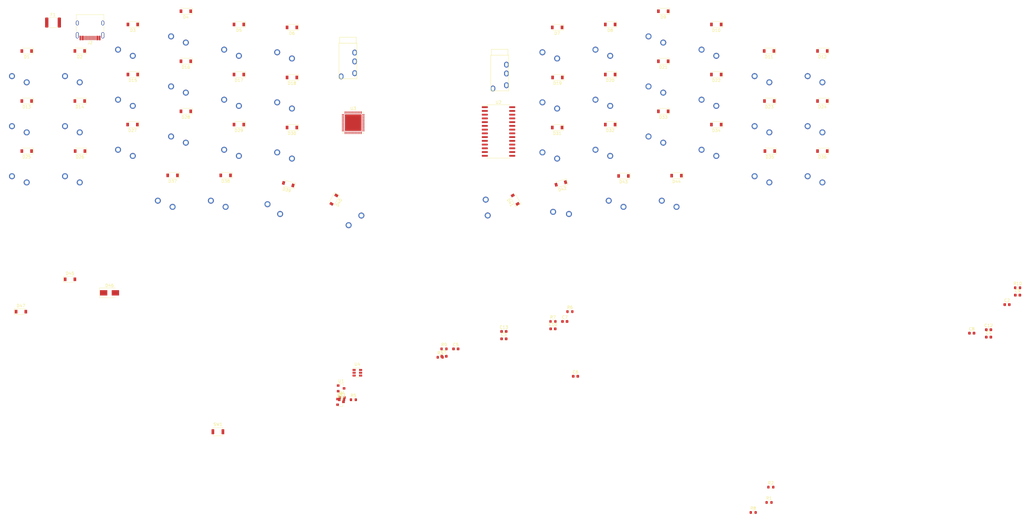
<source format=kicad_pcb>
(kicad_pcb (version 20171130) (host pcbnew "(5.1.9)-1")
  (layers (0 F.Cu signal) (31 B.Cu signal) (34 B.Paste user) (35 F.Paste user) (36 B.SilkS user) (37 F.SilkS user) (38 B.Mask user) (39 F.Mask user) (44 Edge.Cuts user))
  (net 0 "")
  (net 1 GND)
  (net 2 BOOT0)
  (net 3 NRST)
  (net 4 +5V)
  (net 5 +3V3)
  (net 6 VDD)
  (net 7 "Net-(D1-Pad2)")
  (net 8 "Net-(D2-Pad2)")
  (net 9 /row0,0)
  (net 10 "Net-(D3-Pad2)")
  (net 11 /row0,1)
  (net 12 "Net-(D4-Pad2)")
  (net 13 /row0,2)
  (net 14 "Net-(D5-Pad2)")
  (net 15 "Net-(D6-Pad2)")
  (net 16 "Net-(D7-Pad2)")
  (net 17 "Net-(D9-Pad2)")
  (net 18 "Net-(D10-Pad2)")
  (net 19 "Net-(D11-Pad2)")
  (net 20 "Net-(D12-Pad2)")
  (net 21 /row0,3)
  (net 22 "Net-(D13-Pad2)")
  (net 23 "Net-(D14-Pad2)")
  (net 24 "Net-(D15-Pad2)")
  (net 25 "Net-(D16-Pad2)")
  (net 26 "Net-(D17-Pad2)")
  (net 27 "Net-(D18-Pad2)")
  (net 28 "Net-(D19-Pad2)")
  (net 29 "Net-(D20-Pad2)")
  (net 30 "Net-(D22-Pad2)")
  (net 31 "Net-(D23-Pad2)")
  (net 32 "Net-(D24-Pad2)")
  (net 33 "Net-(D25-Pad2)")
  (net 34 "Net-(D26-Pad2)")
  (net 35 /row1,0)
  (net 36 "Net-(D27-Pad2)")
  (net 37 /row1,1)
  (net 38 "Net-(D28-Pad2)")
  (net 39 /row1,2)
  (net 40 "Net-(D29-Pad2)")
  (net 41 /row1,3)
  (net 42 "Net-(D30-Pad2)")
  (net 43 "Net-(D31-Pad2)")
  (net 44 "Net-(D32-Pad2)")
  (net 45 "Net-(D33-Pad2)")
  (net 46 "Net-(D34-Pad2)")
  (net 47 "Net-(D35-Pad2)")
  (net 48 "Net-(D36-Pad2)")
  (net 49 "Net-(D37-Pad2)")
  (net 50 "Net-(D38-Pad2)")
  (net 51 "Net-(D39-Pad2)")
  (net 52 "Net-(D40-Pad2)")
  (net 53 "Net-(D41-Pad2)")
  (net 54 "Net-(D42-Pad2)")
  (net 55 "Net-(D43-Pad2)")
  (net 56 "Net-(D44-Pad2)")
  (net 57 "Net-(D45-Pad2)")
  (net 58 /col0)
  (net 59 /col1)
  (net 60 /col2)
  (net 61 /col3)
  (net 62 /col4)
  (net 63 /col5)
  (net 64 /col6)
  (net 65 /col7)
  (net 66 /col8)
  (net 67 /col9)
  (net 68 /col10)
  (net 69 /col11)
  (net 70 "Net-(Q1-Pad3)")
  (net 71 "Net-(Q1-Pad1)")
  (net 72 i2c_scl_right)
  (net 73 i2c_sda_right)
  (net 74 /D+)
  (net 75 /D-)
  (net 76 "Net-(D8-Pad2)")
  (net 77 "Net-(D21-Pad2)")
  (net 78 "Net-(D45-Pad1)")
  (net 79 /VCC)
  (net 80 "Net-(R6-Pad2)")
  (net 81 "Net-(J2-PadA5)")
  (net 82 "Net-(J2-PadB5)")
  (net 83 "Net-(J2-PadS1)")
  (module Keebio-Parts:TRRS-PJ-320A (layer F.Cu) (at 118.80024 -71.9523)
    (fp_text reference J3)
    (fp_text value AudioJack4)
    (pad 3 thru_hole oval (at 2.3 6.2) (size 1.6 2) (drill oval 0.9 1.3) (layers *.Cu *.Mask))
    (pad "" np_thru_hole circle (at 0 1.6) (size 0.8 0.8) (drill 0.8) (layers *.Cu *.Mask))
    (pad "" np_thru_hole circle (at 0 8.6) (size 0.8 0.8) (drill 0.8) (layers *.Cu *.Mask))
    (pad 4 thru_hole oval (at 2.3 3.2) (size 1.6 2) (drill oval 0.9 1.3) (layers *.Cu *.Mask))
    (pad 2 thru_hole oval (at 2.3 10.2) (size 1.6 2) (drill oval 0.9 1.3) (layers *.Cu *.Mask))
    (pad 1 thru_hole oval (at -2.3 11.3) (size 1.6 2) (drill oval 0.9 1.3) (layers *.Cu *.Mask))
  )
  (module Connector_USB:USB_C_Receptacle_HRO_TYPE-C-31-M-12 (layer F.Cu) (at 31.30024 -77.7523 180)
    (fp_text reference J2 (at 0 -5.645) (layer F.SilkS))
    (fp_text value USB_C)
    (pad B1 smd rect (at 3.25 -4.045 180) (size 0.6 1.45) (layers F.Cu F.Paste F.Mask) (net 1 GND))
    (pad A9 smd rect (at 2.45 -4.045 180) (size 0.6 1.45) (layers F.Cu F.Paste F.Mask) (net 79 /VCC))
    (pad B9 smd rect (at -2.45 -4.045 180) (size 0.6 1.45) (layers F.Cu F.Paste F.Mask) (net 79 /VCC))
    (pad B12 smd rect (at -3.25 -4.045 180) (size 0.6 1.45) (layers F.Cu F.Paste F.Mask) (net 1 GND))
    (pad A1 smd rect (at -3.25 -4.045 180) (size 0.6 1.45) (layers F.Cu F.Paste F.Mask) (net 1 GND))
    (pad A4 smd rect (at -2.45 -4.045 180) (size 0.6 1.45) (layers F.Cu F.Paste F.Mask) (net 79 /VCC))
    (pad B4 smd rect (at 2.45 -4.045 180) (size 0.6 1.45) (layers F.Cu F.Paste F.Mask) (net 79 /VCC))
    (pad A12 smd rect (at 3.25 -4.045 180) (size 0.6 1.45) (layers F.Cu F.Paste F.Mask) (net 1 GND))
    (pad B8 smd rect (at -1.75 -4.045 180) (size 0.3 1.45) (layers F.Cu F.Paste F.Mask))
    (pad A5 smd rect (at -1.25 -4.045 180) (size 0.3 1.45) (layers F.Cu F.Paste F.Mask) (net 81 "Net-(J2-PadA5)"))
    (pad B7 smd rect (at -0.75 -4.045 180) (size 0.3 1.45) (layers F.Cu F.Paste F.Mask) (net 75 /D-))
    (pad A7 smd rect (at 0.25 -4.045 180) (size 0.3 1.45) (layers F.Cu F.Paste F.Mask) (net 75 /D-))
    (pad B6 smd rect (at 0.75 -4.045 180) (size 0.3 1.45) (layers F.Cu F.Paste F.Mask) (net 74 /D+))
    (pad A8 smd rect (at 1.25 -4.045 180) (size 0.3 1.45) (layers F.Cu F.Paste F.Mask))
    (pad B5 smd rect (at 1.75 -4.045 180) (size 0.3 1.45) (layers F.Cu F.Paste F.Mask) (net 82 "Net-(J2-PadB5)"))
    (pad A6 smd rect (at -0.25 -4.045 180) (size 0.3 1.45) (layers F.Cu F.Paste F.Mask) (net 74 /D+))
    (pad S1 thru_hole oval (at 4.32 -3.13 180) (size 1 2.1) (drill oval 0.6 1.7) (layers *.Cu *.Mask) (net 83 "Net-(J2-PadS1)"))
    (pad S1 thru_hole oval (at -4.32 -3.13 180) (size 1 2.1) (drill oval 0.6 1.7) (layers *.Cu *.Mask) (net 83 "Net-(J2-PadS1)"))
    (pad "" np_thru_hole circle (at -2.89 -2.6 180) (size 0.65 0.65) (drill 0.65) (layers *.Cu *.Mask))
    (pad S1 thru_hole oval (at -4.32 1.05 180) (size 1 1.6) (drill oval 0.6 1.2) (layers *.Cu *.Mask) (net 83 "Net-(J2-PadS1)"))
    (pad "" np_thru_hole circle (at 2.89 -2.6 180) (size 0.65 0.65) (drill 0.65) (layers *.Cu *.Mask))
    (pad S1 thru_hole oval (at 4.32 1.05 180) (size 1 1.6) (drill oval 0.6 1.2) (layers *.Cu *.Mask) (net 83 "Net-(J2-PadS1)"))
  )
  (module Keebio-Parts:TRRS-PJ-320A (layer F.Cu) (at 170.30024 -67.8523)
    (fp_text reference J1)
    (fp_text value AudioJack4)
    (pad 3 thru_hole oval (at 2.3 6.2) (size 1.6 2) (drill oval 0.9 1.3) (layers *.Cu *.Mask))
    (pad "" np_thru_hole circle (at 0 1.6) (size 0.8 0.8) (drill 0.8) (layers *.Cu *.Mask))
    (pad "" np_thru_hole circle (at 0 8.6) (size 0.8 0.8) (drill 0.8) (layers *.Cu *.Mask))
    (pad 4 thru_hole oval (at 2.3 3.2) (size 1.6 2) (drill oval 0.9 1.3) (layers *.Cu *.Mask))
    (pad 2 thru_hole oval (at 2.3 10.2) (size 1.6 2) (drill oval 0.9 1.3) (layers *.Cu *.Mask))
    (pad 1 thru_hole oval (at -2.3 11.3) (size 1.6 2) (drill oval 0.9 1.3) (layers *.Cu *.Mask))
  )
  (module switches:Choc_PG1350_Choc_Spacing (layer F.Cu) (at 27.80024 -30.5523)
    (fp_text reference K26 hide)
    (fp_text value KEYSW hide)
    (pad "" np_thru_hole circle (at 0 0) (size 3.429 3.429) (drill 3.429) (layers *.Cu *.Mask))
    (pad 2 thru_hole circle (at -5 3.8) (size 2.032 2.032) (drill 1.27) (layers *.Cu *.Mask) (net 34 "Net-(D26-Pad2)"))
    (pad 1 thru_hole circle (at 0 5.9) (size 2.032 2.032) (drill 1.27) (layers *.Cu *.Mask) (net 59 /col1))
    (pad "" np_thru_hole circle (at 5.22 -4.2) (size 0.9906 0.9906) (drill 0.9906) (layers *.Cu *.Mask))
    (pad "" np_thru_hole circle (at 5.5 0) (size 1.7018 1.7018) (drill 1.7018) (layers *.Cu *.Mask))
    (pad "" np_thru_hole circle (at -5.5 0) (size 1.7018 1.7018) (drill 1.7018) (layers *.Cu *.Mask))
  )
  (module Package_TO_SOT_SMD:SOT-23-6 (layer F.Cu) (at 122 40)
    (fp_text reference U4 (at 0 -2.9) (layer F.SilkS))
    (fp_text value SRV05-4)
    (pad 5 smd rect (at 1.1 0) (size 1.06 0.65) (layers F.Cu F.Paste F.Mask))
    (pad 6 smd rect (at 1.1 -0.95) (size 1.06 0.65) (layers F.Cu F.Paste F.Mask) (net 74 /D+))
    (pad 4 smd rect (at 1.1 0.95) (size 1.06 0.65) (layers F.Cu F.Paste F.Mask) (net 75 /D-))
    (pad 3 smd rect (at -1.1 0.95) (size 1.06 0.65) (layers F.Cu F.Paste F.Mask) (net 74 /D+))
    (pad 2 smd rect (at -1.1 0) (size 1.06 0.65) (layers F.Cu F.Paste F.Mask) (net 1 GND))
    (pad 1 smd rect (at -1.1 -0.95) (size 1.06 0.65) (layers F.Cu F.Paste F.Mask) (net 75 /D-))
  )
  (module Package_SO:SOIC-28W_7.5x17.9mm_P1.27mm (layer F.Cu) (at 169.90024 -41.9523)
    (fp_text reference U2 (at 0 -9.9) (layer F.SilkS))
    (fp_text value MCP23017_SO)
    (pad 28 smd roundrect (at 4.65 -8.255) (size 2.05 0.6) (layers F.Cu F.Paste F.Mask))
    (pad 27 smd roundrect (at 4.65 -6.985) (size 2.05 0.6) (layers F.Cu F.Paste F.Mask))
    (pad 26 smd roundrect (at 4.65 -5.715) (size 2.05 0.6) (layers F.Cu F.Paste F.Mask))
    (pad 25 smd roundrect (at 4.65 -4.445) (size 2.05 0.6) (layers F.Cu F.Paste F.Mask))
    (pad 24 smd roundrect (at 4.65 -3.175) (size 2.05 0.6) (layers F.Cu F.Paste F.Mask))
    (pad 23 smd roundrect (at 4.65 -1.905) (size 2.05 0.6) (layers F.Cu F.Paste F.Mask))
    (pad 22 smd roundrect (at 4.65 -0.635) (size 2.05 0.6) (layers F.Cu F.Paste F.Mask))
    (pad 21 smd roundrect (at 4.65 0.635) (size 2.05 0.6) (layers F.Cu F.Paste F.Mask))
    (pad 20 smd roundrect (at 4.65 1.905) (size 2.05 0.6) (layers F.Cu F.Paste F.Mask))
    (pad 19 smd roundrect (at 4.65 3.175) (size 2.05 0.6) (layers F.Cu F.Paste F.Mask))
    (pad 18 smd roundrect (at 4.65 4.445) (size 2.05 0.6) (layers F.Cu F.Paste F.Mask) (net 80 "Net-(R6-Pad2)"))
    (pad 17 smd roundrect (at 4.65 5.715) (size 2.05 0.6) (layers F.Cu F.Paste F.Mask) (net 1 GND))
    (pad 16 smd roundrect (at 4.65 6.985) (size 2.05 0.6) (layers F.Cu F.Paste F.Mask) (net 1 GND))
    (pad 15 smd roundrect (at 4.65 8.255) (size 2.05 0.6) (layers F.Cu F.Paste F.Mask) (net 1 GND))
    (pad 14 smd roundrect (at -4.65 8.255) (size 2.05 0.6) (layers F.Cu F.Paste F.Mask))
    (pad 13 smd roundrect (at -4.65 6.985) (size 2.05 0.6) (layers F.Cu F.Paste F.Mask) (net 73 i2c_sda_right))
    (pad 12 smd roundrect (at -4.65 5.715) (size 2.05 0.6) (layers F.Cu F.Paste F.Mask) (net 72 i2c_scl_right))
    (pad 11 smd roundrect (at -4.65 4.445) (size 2.05 0.6) (layers F.Cu F.Paste F.Mask))
    (pad 10 smd roundrect (at -4.65 3.175) (size 2.05 0.6) (layers F.Cu F.Paste F.Mask) (net 1 GND))
    (pad 9 smd roundrect (at -4.65 1.905) (size 2.05 0.6) (layers F.Cu F.Paste F.Mask) (net 6 VDD))
    (pad 8 smd roundrect (at -4.65 0.635) (size 2.05 0.6) (layers F.Cu F.Paste F.Mask))
    (pad 7 smd roundrect (at -4.65 -0.635) (size 2.05 0.6) (layers F.Cu F.Paste F.Mask))
    (pad 6 smd roundrect (at -4.65 -1.905) (size 2.05 0.6) (layers F.Cu F.Paste F.Mask))
    (pad 5 smd roundrect (at -4.65 -3.175) (size 2.05 0.6) (layers F.Cu F.Paste F.Mask))
    (pad 4 smd roundrect (at -4.65 -4.445) (size 2.05 0.6) (layers F.Cu F.Paste F.Mask))
    (pad 3 smd roundrect (at -4.65 -5.715) (size 2.05 0.6) (layers F.Cu F.Paste F.Mask))
    (pad 2 smd roundrect (at -4.65 -6.985) (size 2.05 0.6) (layers F.Cu F.Paste F.Mask))
    (pad 1 smd roundrect (at -4.65 -8.255) (size 2.05 0.6) (layers F.Cu F.Paste F.Mask))
  )
  (module Package_TO_SOT_SMD:SOT-23 (layer F.Cu) (at 116.49 45.3)
    (fp_text reference U1 (at 0 -2.5) (layer F.SilkS))
    (fp_text value XC6206PxxxMR)
    (pad 3 smd rect (at 1 0) (size 0.9 0.8) (layers F.Cu F.Paste F.Mask) (net 4 +5V))
    (pad 2 smd rect (at -1 0.95) (size 0.9 0.8) (layers F.Cu F.Paste F.Mask) (net 5 +3V3))
    (pad 1 smd rect (at -1 -0.95) (size 0.9 0.8) (layers F.Cu F.Paste F.Mask) (net 1 GND))
  )
  (module switches:Choc_PG1350_Choc_Spacing (layer F.Cu) (at 230.30024 -22.2523)
    (fp_text reference K44 hide)
    (fp_text value KEYSW hide)
    (pad "" np_thru_hole circle (at 0 0) (size 3.429 3.429) (drill 3.429) (layers *.Cu *.Mask))
    (pad 2 thru_hole circle (at -5 3.8) (size 2.032 2.032) (drill 1.27) (layers *.Cu *.Mask) (net 56 "Net-(D44-Pad2)"))
    (pad 1 thru_hole circle (at 0 5.9) (size 2.032 2.032) (drill 1.27) (layers *.Cu *.Mask) (net 67 /col9))
    (pad "" np_thru_hole circle (at 5.22 -4.2) (size 0.9906 0.9906) (drill 0.9906) (layers *.Cu *.Mask))
    (pad "" np_thru_hole circle (at 5.5 0) (size 1.7018 1.7018) (drill 1.7018) (layers *.Cu *.Mask))
    (pad "" np_thru_hole circle (at -5.5 0) (size 1.7018 1.7018) (drill 1.7018) (layers *.Cu *.Mask))
  )
  (module Diode_SMD:D_SMA (layer F.Cu) (at 37.90024 12.8477)
    (fp_text reference D46 (at 0 -2.5) (layer F.SilkS))
    (fp_text value SS14)
    (pad 2 smd rect (at 2 0) (size 2.5 1.8) (layers F.Cu F.Paste F.Mask) (net 5 +3V3))
    (pad 1 smd rect (at -2 0) (size 2.5 1.8) (layers F.Cu F.Paste F.Mask) (net 4 +5V))
  )
  (module Diode_SMD:D_SOD-123 (layer F.Cu) (at 225.80024 -65.8023 180)
    (fp_text reference D21 (at 0 -2) (layer F.SilkS))
    (fp_text value D)
    (pad 2 smd rect (at 1.65 0 180) (size 0.9 1.2) (layers F.Cu F.Paste F.Mask) (net 77 "Net-(D21-Pad2)"))
    (pad 1 smd rect (at -1.65 0 180) (size 0.9 1.2) (layers F.Cu F.Paste F.Mask) (net 37 /row1,1))
  )
  (module Package_DFN_QFN:QFN-48-1EP_7x7mm_P0.5mm_EP5.6x5.6mm (layer F.Cu) (at 120.60024 -44.9523)
    (fp_text reference U3 (at 0 -4.82) (layer F.SilkS))
    (fp_text value STM32F072CBUx)
    (pad 49 smd rect (at 0 0) (size 5.6 5.6) (layers F.Cu F.Mask) (net 1 GND))
    (pad 48 smd roundrect (at -2.75 -3.4375) (size 0.25 0.875) (layers F.Cu F.Paste F.Mask) (net 5 +3V3))
    (pad 47 smd roundrect (at -2.25 -3.4375) (size 0.25 0.875) (layers F.Cu F.Paste F.Mask) (net 1 GND))
    (pad 46 smd roundrect (at -1.75 -3.4375) (size 0.25 0.875) (layers F.Cu F.Paste F.Mask))
    (pad 45 smd roundrect (at -1.25 -3.4375) (size 0.25 0.875) (layers F.Cu F.Paste F.Mask))
    (pad 44 smd roundrect (at -0.75 -3.4375) (size 0.25 0.875) (layers F.Cu F.Paste F.Mask))
    (pad 43 smd roundrect (at -0.25 -3.4375) (size 0.25 0.875) (layers F.Cu F.Paste F.Mask) (net 9 /row0,0))
    (pad 42 smd roundrect (at 0.25 -3.4375) (size 0.25 0.875) (layers F.Cu F.Paste F.Mask) (net 11 /row0,1))
    (pad 41 smd roundrect (at 0.75 -3.4375) (size 0.25 0.875) (layers F.Cu F.Paste F.Mask) (net 13 /row0,2))
    (pad 40 smd roundrect (at 1.25 -3.4375) (size 0.25 0.875) (layers F.Cu F.Paste F.Mask))
    (pad 39 smd roundrect (at 1.75 -3.4375) (size 0.25 0.875) (layers F.Cu F.Paste F.Mask))
    (pad 38 smd roundrect (at 2.25 -3.4375) (size 0.25 0.875) (layers F.Cu F.Paste F.Mask))
    (pad 37 smd roundrect (at 2.75 -3.4375) (size 0.25 0.875) (layers F.Cu F.Paste F.Mask))
    (pad 36 smd roundrect (at 3.4375 -2.75) (size 0.875 0.25) (layers F.Cu F.Paste F.Mask) (net 5 +3V3))
    (pad 35 smd roundrect (at 3.4375 -2.25) (size 0.875 0.25) (layers F.Cu F.Paste F.Mask) (net 1 GND))
    (pad 34 smd roundrect (at 3.4375 -1.75) (size 0.875 0.25) (layers F.Cu F.Paste F.Mask))
    (pad 33 smd roundrect (at 3.4375 -1.25) (size 0.875 0.25) (layers F.Cu F.Paste F.Mask) (net 74 /D+))
    (pad 32 smd roundrect (at 3.4375 -0.75) (size 0.875 0.25) (layers F.Cu F.Paste F.Mask) (net 75 /D-))
    (pad 31 smd roundrect (at 3.4375 -0.25) (size 0.875 0.25) (layers F.Cu F.Paste F.Mask))
    (pad 30 smd roundrect (at 3.4375 0.25) (size 0.875 0.25) (layers F.Cu F.Paste F.Mask))
    (pad 29 smd roundrect (at 3.4375 0.75) (size 0.875 0.25) (layers F.Cu F.Paste F.Mask))
    (pad 28 smd roundrect (at 3.4375 1.25) (size 0.875 0.25) (layers F.Cu F.Paste F.Mask))
    (pad 27 smd roundrect (at 3.4375 1.75) (size 0.875 0.25) (layers F.Cu F.Paste F.Mask))
    (pad 26 smd roundrect (at 3.4375 2.25) (size 0.875 0.25) (layers F.Cu F.Paste F.Mask))
    (pad 25 smd roundrect (at 3.4375 2.75) (size 0.875 0.25) (layers F.Cu F.Paste F.Mask))
    (pad 24 smd roundrect (at 2.75 3.4375) (size 0.25 0.875) (layers F.Cu F.Paste F.Mask) (net 5 +3V3))
    (pad 23 smd roundrect (at 2.25 3.4375) (size 0.25 0.875) (layers F.Cu F.Paste F.Mask) (net 1 GND))
    (pad 22 smd roundrect (at 1.75 3.4375) (size 0.25 0.875) (layers F.Cu F.Paste F.Mask))
    (pad 21 smd roundrect (at 1.25 3.4375) (size 0.25 0.875) (layers F.Cu F.Paste F.Mask))
    (pad 20 smd roundrect (at 0.75 3.4375) (size 0.25 0.875) (layers F.Cu F.Paste F.Mask))
    (pad 19 smd roundrect (at 0.25 3.4375) (size 0.25 0.875) (layers F.Cu F.Paste F.Mask))
    (pad 18 smd roundrect (at -0.25 3.4375) (size 0.25 0.875) (layers F.Cu F.Paste F.Mask))
    (pad 17 smd roundrect (at -0.75 3.4375) (size 0.25 0.875) (layers F.Cu F.Paste F.Mask))
    (pad 16 smd roundrect (at -1.25 3.4375) (size 0.25 0.875) (layers F.Cu F.Paste F.Mask))
    (pad 15 smd roundrect (at -1.75 3.4375) (size 0.25 0.875) (layers F.Cu F.Paste F.Mask))
    (pad 14 smd roundrect (at -2.25 3.4375) (size 0.25 0.875) (layers F.Cu F.Paste F.Mask))
    (pad 13 smd roundrect (at -2.75 3.4375) (size 0.25 0.875) (layers F.Cu F.Paste F.Mask))
    (pad 12 smd roundrect (at -3.4375 2.75) (size 0.875 0.25) (layers F.Cu F.Paste F.Mask) (net 21 /row0,3))
    (pad 11 smd roundrect (at -3.4375 2.25) (size 0.875 0.25) (layers F.Cu F.Paste F.Mask))
    (pad 10 smd roundrect (at -3.4375 1.75) (size 0.875 0.25) (layers F.Cu F.Paste F.Mask))
    (pad 9 smd roundrect (at -3.4375 1.25) (size 0.875 0.25) (layers F.Cu F.Paste F.Mask) (net 5 +3V3))
    (pad 8 smd roundrect (at -3.4375 0.75) (size 0.875 0.25) (layers F.Cu F.Paste F.Mask) (net 1 GND))
    (pad 7 smd roundrect (at -3.4375 0.25) (size 0.875 0.25) (layers F.Cu F.Paste F.Mask))
    (pad 6 smd roundrect (at -3.4375 -0.25) (size 0.875 0.25) (layers F.Cu F.Paste F.Mask))
    (pad 5 smd roundrect (at -3.4375 -0.75) (size 0.875 0.25) (layers F.Cu F.Paste F.Mask))
    (pad 4 smd roundrect (at -3.4375 -1.25) (size 0.875 0.25) (layers F.Cu F.Paste F.Mask))
    (pad 3 smd roundrect (at -3.4375 -1.75) (size 0.875 0.25) (layers F.Cu F.Paste F.Mask))
    (pad 2 smd roundrect (at -3.4375 -2.25) (size 0.875 0.25) (layers F.Cu F.Paste F.Mask))
    (pad 1 smd roundrect (at -3.4375 -2.75) (size 0.875 0.25) (layers F.Cu F.Paste F.Mask) (net 5 +3V3))
  )
  (module Button_Switch_SMD:SW_SPST_B3U-1000P (layer F.Cu) (at 74.68 60.03)
    (fp_text reference SW1 (at 0 -2.5) (layer F.SilkS))
    (fp_text value SW_Push)
    (pad 2 smd rect (at 1.7 0) (size 0.9 1.7) (layers F.Cu F.Paste F.Mask) (net 57 "Net-(D45-Pad2)"))
    (pad 1 smd rect (at -1.7 0) (size 0.9 1.7) (layers F.Cu F.Paste F.Mask) (net 5 +3V3))
  )
  (module Resistor_SMD:R_0603_1608Metric (layer F.Cu) (at 346.04 11.12)
    (fp_text reference R10 (at 0 -1.43) (layer F.SilkS))
    (fp_text value 4.7k)
    (pad 2 smd roundrect (at 0.825 0) (size 0.8 0.95) (layers F.Cu F.Paste F.Mask) (net 73 i2c_sda_right))
    (pad 1 smd roundrect (at -0.825 0) (size 0.8 0.95) (layers F.Cu F.Paste F.Mask) (net 6 VDD))
  )
  (module Resistor_SMD:R_0603_1608Metric (layer F.Cu) (at 151.4 31.89)
    (fp_text reference R9 (at 0 -1.43) (layer F.SilkS))
    (fp_text value 4.7k)
    (pad 2 smd roundrect (at 0.825 0) (size 0.8 0.95) (layers F.Cu F.Paste F.Mask) (net 72 i2c_scl_right))
    (pad 1 smd roundrect (at -0.825 0) (size 0.8 0.95) (layers F.Cu F.Paste F.Mask) (net 6 VDD))
  )
  (module Resistor_SMD:R_0603_1608Metric (layer F.Cu) (at 256.32524 87.4477)
    (fp_text reference R8 (at 0 -1.43) (layer F.SilkS))
    (fp_text value 5.1k)
    (pad 2 smd roundrect (at 0.825 0) (size 0.8 0.95) (layers F.Cu F.Paste F.Mask) (net 82 "Net-(J2-PadB5)"))
    (pad 1 smd roundrect (at -0.825 0) (size 0.8 0.95) (layers F.Cu F.Paste F.Mask) (net 1 GND))
  )
  (module Resistor_SMD:R_0603_1608Metric (layer F.Cu) (at 188.37 22.57)
    (fp_text reference R7 (at 0 -1.43) (layer F.SilkS))
    (fp_text value 5.1k)
    (pad 2 smd roundrect (at 0.825 0) (size 0.8 0.95) (layers F.Cu F.Paste F.Mask) (net 81 "Net-(J2-PadA5)"))
    (pad 1 smd roundrect (at -0.825 0) (size 0.8 0.95) (layers F.Cu F.Paste F.Mask) (net 1 GND))
  )
  (module Resistor_SMD:R_0603_1608Metric (layer F.Cu) (at 194.12 19.22)
    (fp_text reference R6 (at 0 -1.43) (layer F.SilkS))
    (fp_text value 10k)
    (pad 2 smd roundrect (at 0.825 0) (size 0.8 0.95) (layers F.Cu F.Paste F.Mask) (net 80 "Net-(R6-Pad2)"))
    (pad 1 smd roundrect (at -0.825 0) (size 0.8 0.95) (layers F.Cu F.Paste F.Mask) (net 6 VDD))
  )
  (module Resistor_SMD:R_0603_1608Metric (layer F.Cu) (at 120.65 49.16)
    (fp_text reference R5 (at 0 -1.43) (layer F.SilkS))
    (fp_text value 47k)
    (pad 2 smd roundrect (at 0.825 0) (size 0.8 0.95) (layers F.Cu F.Paste F.Mask) (net 1 GND))
    (pad 1 smd roundrect (at -0.825 0) (size 0.8 0.95) (layers F.Cu F.Paste F.Mask) (net 71 "Net-(Q1-Pad1)"))
  )
  (module Resistor_SMD:R_0603_1608Metric (layer F.Cu) (at 116.85024 48.3977)
    (fp_text reference R4 (at 0 -1.43) (layer F.SilkS))
    (fp_text value 2.2k)
    (pad 2 smd roundrect (at 0.825 0) (size 0.8 0.95) (layers F.Cu F.Paste F.Mask) (net 71 "Net-(Q1-Pad1)"))
    (pad 1 smd roundrect (at -0.825 0) (size 0.8 0.95) (layers F.Cu F.Paste F.Mask) (net 57 "Net-(D45-Pad2)"))
  )
  (module Resistor_SMD:R_0603_1608Metric (layer F.Cu) (at 150.10024 34.7477)
    (fp_text reference R3 (at 0 -1.43) (layer F.SilkS))
    (fp_text value 100)
    (pad 2 smd roundrect (at 0.825 0) (size 0.8 0.95) (layers F.Cu F.Paste F.Mask) (net 70 "Net-(Q1-Pad3)"))
    (pad 1 smd roundrect (at -0.825 0) (size 0.8 0.95) (layers F.Cu F.Paste F.Mask) (net 3 NRST))
  )
  (module Resistor_SMD:R_0603_1608Metric (layer F.Cu) (at 262.30024 78.8477)
    (fp_text reference R2 (at 0 -1.43) (layer F.SilkS))
    (fp_text value 330k)
    (pad 2 smd roundrect (at 0.825 0) (size 0.8 0.95) (layers F.Cu F.Paste F.Mask) (net 78 "Net-(D45-Pad1)"))
    (pad 1 smd roundrect (at -0.825 0) (size 0.8 0.95) (layers F.Cu F.Paste F.Mask) (net 2 BOOT0))
  )
  (module Resistor_SMD:R_0603_1608Metric (layer F.Cu) (at 261.70024 84.0477)
    (fp_text reference R1 (at 0 -1.43) (layer F.SilkS))
    (fp_text value 1M)
    (pad 2 smd roundrect (at 0.825 0) (size 0.8 0.95) (layers F.Cu F.Paste F.Mask) (net 1 GND))
    (pad 1 smd roundrect (at -0.825 0) (size 0.8 0.95) (layers F.Cu F.Paste F.Mask) (net 2 BOOT0))
  )
  (module Package_TO_SOT_SMD:SOT-23 (layer F.Cu) (at 116.29 49.9)
    (fp_text reference Q1 (at 0 -2.5) (layer F.SilkS))
    (fp_text value MMBT3904)
    (pad 3 smd rect (at 1 0) (size 0.9 0.8) (layers F.Cu F.Paste F.Mask) (net 70 "Net-(Q1-Pad3)"))
    (pad 2 smd rect (at -1 0.95) (size 0.9 0.8) (layers F.Cu F.Paste F.Mask) (net 1 GND))
    (pad 1 smd rect (at -1 -0.95) (size 0.9 0.8) (layers F.Cu F.Paste F.Mask) (net 71 "Net-(Q1-Pad1)"))
  )
  (module switches:Choc_PG1350_Choc_Spacing (layer F.Cu) (at 212.30024 -22.2523)
    (fp_text reference K43 hide)
    (fp_text value KEYSW hide)
    (pad "" np_thru_hole circle (at 0 0) (size 3.429 3.429) (drill 3.429) (layers *.Cu *.Mask))
    (pad 2 thru_hole circle (at -5 3.8) (size 2.032 2.032) (drill 1.27) (layers *.Cu *.Mask) (net 55 "Net-(D43-Pad2)"))
    (pad 1 thru_hole circle (at 0 5.9) (size 2.032 2.032) (drill 1.27) (layers *.Cu *.Mask) (net 66 /col8))
    (pad "" np_thru_hole circle (at 5.22 -4.2) (size 0.9906 0.9906) (drill 0.9906) (layers *.Cu *.Mask))
    (pad "" np_thru_hole circle (at 5.5 0) (size 1.7018 1.7018) (drill 1.7018) (layers *.Cu *.Mask))
    (pad "" np_thru_hole circle (at -5.5 0) (size 1.7018 1.7018) (drill 1.7018) (layers *.Cu *.Mask))
  )
  (module switches:Choc_PG1350_Choc_Spacing (layer F.Cu) (at 192.27524 -19.6273 15)
    (fp_text reference K42 hide)
    (fp_text value KEYSW hide)
    (pad "" np_thru_hole circle (at 0 0 15) (size 3.429 3.429) (drill 3.429) (layers *.Cu *.Mask))
    (pad 2 thru_hole circle (at -5 3.8 15) (size 2.032 2.032) (drill 1.27) (layers *.Cu *.Mask) (net 54 "Net-(D42-Pad2)"))
    (pad 1 thru_hole circle (at 0 5.9 15) (size 2.032 2.032) (drill 1.27) (layers *.Cu *.Mask) (net 65 /col7))
    (pad "" np_thru_hole circle (at 5.22 -4.2 15) (size 0.9906 0.9906) (drill 0.9906) (layers *.Cu *.Mask))
    (pad "" np_thru_hole circle (at 5.5 0 15) (size 1.7018 1.7018) (drill 1.7018) (layers *.Cu *.Mask))
    (pad "" np_thru_hole circle (at -5.5 0 15) (size 1.7018 1.7018) (drill 1.7018) (layers *.Cu *.Mask))
  )
  (module switches:Choc_PG1350_Choc_Spacing (layer F.Cu) (at 171.35024 -16.3773 300)
    (fp_text reference K41 hide)
    (fp_text value KEYSW hide)
    (pad "" np_thru_hole circle (at 0 0 300) (size 3.429 3.429) (drill 3.429) (layers *.Cu *.Mask))
    (pad 2 thru_hole circle (at -5 3.8 300) (size 2.032 2.032) (drill 1.27) (layers *.Cu *.Mask) (net 53 "Net-(D41-Pad2)"))
    (pad 1 thru_hole circle (at 0 5.9 300) (size 2.032 2.032) (drill 1.27) (layers *.Cu *.Mask) (net 64 /col6))
    (pad "" np_thru_hole circle (at 5.22 -4.2 300) (size 0.9906 0.9906) (drill 0.9906) (layers *.Cu *.Mask))
    (pad "" np_thru_hole circle (at 5.5 0 300) (size 1.7018 1.7018) (drill 1.7018) (layers *.Cu *.Mask))
    (pad "" np_thru_hole circle (at -5.5 0 300) (size 1.7018 1.7018) (drill 1.7018) (layers *.Cu *.Mask))
  )
  (module switches:Choc_PG1350_Choc_Spacing (layer F.Cu) (at 118.25024 -16.3523 60)
    (fp_text reference K40 hide)
    (fp_text value KEYSW hide)
    (pad "" np_thru_hole circle (at 0 0 60) (size 3.429 3.429) (drill 3.429) (layers *.Cu *.Mask))
    (pad 2 thru_hole circle (at -5 3.8 60) (size 2.032 2.032) (drill 1.27) (layers *.Cu *.Mask) (net 52 "Net-(D40-Pad2)"))
    (pad 1 thru_hole circle (at 0 5.9 60) (size 2.032 2.032) (drill 1.27) (layers *.Cu *.Mask) (net 63 /col5))
    (pad "" np_thru_hole circle (at 5.22 -4.2 60) (size 0.9906 0.9906) (drill 0.9906) (layers *.Cu *.Mask))
    (pad "" np_thru_hole circle (at 5.5 0 60) (size 1.7018 1.7018) (drill 1.7018) (layers *.Cu *.Mask))
    (pad "" np_thru_hole circle (at -5.5 0 60) (size 1.7018 1.7018) (drill 1.7018) (layers *.Cu *.Mask))
  )
  (module switches:Choc_PG1350_Choc_Spacing (layer F.Cu) (at 97.32524 -19.6273 345)
    (fp_text reference K39 hide)
    (fp_text value KEYSW hide)
    (pad "" np_thru_hole circle (at 0 0 345) (size 3.429 3.429) (drill 3.429) (layers *.Cu *.Mask))
    (pad 2 thru_hole circle (at -5 3.8 345) (size 2.032 2.032) (drill 1.27) (layers *.Cu *.Mask) (net 51 "Net-(D39-Pad2)"))
    (pad 1 thru_hole circle (at 0 5.9 345) (size 2.032 2.032) (drill 1.27) (layers *.Cu *.Mask) (net 62 /col4))
    (pad "" np_thru_hole circle (at 5.22 -4.2 345) (size 0.9906 0.9906) (drill 0.9906) (layers *.Cu *.Mask))
    (pad "" np_thru_hole circle (at 5.5 0 345) (size 1.7018 1.7018) (drill 1.7018) (layers *.Cu *.Mask))
    (pad "" np_thru_hole circle (at -5.5 0 345) (size 1.7018 1.7018) (drill 1.7018) (layers *.Cu *.Mask))
  )
  (module switches:Choc_PG1350_Choc_Spacing (layer F.Cu) (at 77.30024 -22.2523)
    (fp_text reference K38 hide)
    (fp_text value KEYSW hide)
    (pad "" np_thru_hole circle (at 0 0) (size 3.429 3.429) (drill 3.429) (layers *.Cu *.Mask))
    (pad 2 thru_hole circle (at -5 3.8) (size 2.032 2.032) (drill 1.27) (layers *.Cu *.Mask) (net 50 "Net-(D38-Pad2)"))
    (pad 1 thru_hole circle (at 0 5.9) (size 2.032 2.032) (drill 1.27) (layers *.Cu *.Mask) (net 61 /col3))
    (pad "" np_thru_hole circle (at 5.22 -4.2) (size 0.9906 0.9906) (drill 0.9906) (layers *.Cu *.Mask))
    (pad "" np_thru_hole circle (at 5.5 0) (size 1.7018 1.7018) (drill 1.7018) (layers *.Cu *.Mask))
    (pad "" np_thru_hole circle (at -5.5 0) (size 1.7018 1.7018) (drill 1.7018) (layers *.Cu *.Mask))
  )
  (module switches:Choc_PG1350_Choc_Spacing (layer F.Cu) (at 59.30024 -22.2523)
    (fp_text reference K37 hide)
    (fp_text value KEYSW hide)
    (pad "" np_thru_hole circle (at 0 0) (size 3.429 3.429) (drill 3.429) (layers *.Cu *.Mask))
    (pad 2 thru_hole circle (at -5 3.8) (size 2.032 2.032) (drill 1.27) (layers *.Cu *.Mask) (net 49 "Net-(D37-Pad2)"))
    (pad 1 thru_hole circle (at 0 5.9) (size 2.032 2.032) (drill 1.27) (layers *.Cu *.Mask) (net 60 /col2))
    (pad "" np_thru_hole circle (at 5.22 -4.2) (size 0.9906 0.9906) (drill 0.9906) (layers *.Cu *.Mask))
    (pad "" np_thru_hole circle (at 5.5 0) (size 1.7018 1.7018) (drill 1.7018) (layers *.Cu *.Mask))
    (pad "" np_thru_hole circle (at -5.5 0) (size 1.7018 1.7018) (drill 1.7018) (layers *.Cu *.Mask))
  )
  (module switches:Choc_PG1350_Choc_Spacing (layer F.Cu) (at 279.80024 -30.5523)
    (fp_text reference K36 hide)
    (fp_text value KEYSW hide)
    (pad "" np_thru_hole circle (at 0 0) (size 3.429 3.429) (drill 3.429) (layers *.Cu *.Mask))
    (pad 2 thru_hole circle (at -5 3.8) (size 2.032 2.032) (drill 1.27) (layers *.Cu *.Mask) (net 48 "Net-(D36-Pad2)"))
    (pad 1 thru_hole circle (at 0 5.9) (size 2.032 2.032) (drill 1.27) (layers *.Cu *.Mask) (net 69 /col11))
    (pad "" np_thru_hole circle (at 5.22 -4.2) (size 0.9906 0.9906) (drill 0.9906) (layers *.Cu *.Mask))
    (pad "" np_thru_hole circle (at 5.5 0) (size 1.7018 1.7018) (drill 1.7018) (layers *.Cu *.Mask))
    (pad "" np_thru_hole circle (at -5.5 0) (size 1.7018 1.7018) (drill 1.7018) (layers *.Cu *.Mask))
  )
  (module switches:Choc_PG1350_Choc_Spacing (layer F.Cu) (at 261.80024 -30.5523)
    (fp_text reference K35 hide)
    (fp_text value KEYSW hide)
    (pad "" np_thru_hole circle (at 0 0) (size 3.429 3.429) (drill 3.429) (layers *.Cu *.Mask))
    (pad 2 thru_hole circle (at -5 3.8) (size 2.032 2.032) (drill 1.27) (layers *.Cu *.Mask) (net 47 "Net-(D35-Pad2)"))
    (pad 1 thru_hole circle (at 0 5.9) (size 2.032 2.032) (drill 1.27) (layers *.Cu *.Mask) (net 68 /col10))
    (pad "" np_thru_hole circle (at 5.22 -4.2) (size 0.9906 0.9906) (drill 0.9906) (layers *.Cu *.Mask))
    (pad "" np_thru_hole circle (at 5.5 0) (size 1.7018 1.7018) (drill 1.7018) (layers *.Cu *.Mask))
    (pad "" np_thru_hole circle (at -5.5 0) (size 1.7018 1.7018) (drill 1.7018) (layers *.Cu *.Mask))
  )
  (module switches:Choc_PG1350_Choc_Spacing (layer F.Cu) (at 243.80024 -39.5523)
    (fp_text reference K34 hide)
    (fp_text value KEYSW hide)
    (pad "" np_thru_hole circle (at 0 0) (size 3.429 3.429) (drill 3.429) (layers *.Cu *.Mask))
    (pad 2 thru_hole circle (at -5 3.8) (size 2.032 2.032) (drill 1.27) (layers *.Cu *.Mask) (net 46 "Net-(D34-Pad2)"))
    (pad 1 thru_hole circle (at 0 5.9) (size 2.032 2.032) (drill 1.27) (layers *.Cu *.Mask) (net 67 /col9))
    (pad "" np_thru_hole circle (at 5.22 -4.2) (size 0.9906 0.9906) (drill 0.9906) (layers *.Cu *.Mask))
    (pad "" np_thru_hole circle (at 5.5 0) (size 1.7018 1.7018) (drill 1.7018) (layers *.Cu *.Mask))
    (pad "" np_thru_hole circle (at -5.5 0) (size 1.7018 1.7018) (drill 1.7018) (layers *.Cu *.Mask))
  )
  (module switches:Choc_PG1350_Choc_Spacing (layer F.Cu) (at 225.80024 -44.0523)
    (fp_text reference K33 hide)
    (fp_text value KEYSW hide)
    (pad "" np_thru_hole circle (at 0 0) (size 3.429 3.429) (drill 3.429) (layers *.Cu *.Mask))
    (pad 2 thru_hole circle (at -5 3.8) (size 2.032 2.032) (drill 1.27) (layers *.Cu *.Mask) (net 45 "Net-(D33-Pad2)"))
    (pad 1 thru_hole circle (at 0 5.9) (size 2.032 2.032) (drill 1.27) (layers *.Cu *.Mask) (net 66 /col8))
    (pad "" np_thru_hole circle (at 5.22 -4.2) (size 0.9906 0.9906) (drill 0.9906) (layers *.Cu *.Mask))
    (pad "" np_thru_hole circle (at 5.5 0) (size 1.7018 1.7018) (drill 1.7018) (layers *.Cu *.Mask))
    (pad "" np_thru_hole circle (at -5.5 0) (size 1.7018 1.7018) (drill 1.7018) (layers *.Cu *.Mask))
  )
  (module switches:Choc_PG1350_Choc_Spacing (layer F.Cu) (at 207.80024 -39.5523)
    (fp_text reference K32 hide)
    (fp_text value KEYSW hide)
    (pad "" np_thru_hole circle (at 0 0) (size 3.429 3.429) (drill 3.429) (layers *.Cu *.Mask))
    (pad 2 thru_hole circle (at -5 3.8) (size 2.032 2.032) (drill 1.27) (layers *.Cu *.Mask) (net 44 "Net-(D32-Pad2)"))
    (pad 1 thru_hole circle (at 0 5.9) (size 2.032 2.032) (drill 1.27) (layers *.Cu *.Mask) (net 65 /col7))
    (pad "" np_thru_hole circle (at 5.22 -4.2) (size 0.9906 0.9906) (drill 0.9906) (layers *.Cu *.Mask))
    (pad "" np_thru_hole circle (at 5.5 0) (size 1.7018 1.7018) (drill 1.7018) (layers *.Cu *.Mask))
    (pad "" np_thru_hole circle (at -5.5 0) (size 1.7018 1.7018) (drill 1.7018) (layers *.Cu *.Mask))
  )
  (module switches:Choc_PG1350_Choc_Spacing (layer F.Cu) (at 189.80024 -38.6523)
    (fp_text reference K31 hide)
    (fp_text value KEYSW hide)
    (pad "" np_thru_hole circle (at 0 0) (size 3.429 3.429) (drill 3.429) (layers *.Cu *.Mask))
    (pad 2 thru_hole circle (at -5 3.8) (size 2.032 2.032) (drill 1.27) (layers *.Cu *.Mask) (net 43 "Net-(D31-Pad2)"))
    (pad 1 thru_hole circle (at 0 5.9) (size 2.032 2.032) (drill 1.27) (layers *.Cu *.Mask) (net 64 /col6))
    (pad "" np_thru_hole circle (at 5.22 -4.2) (size 0.9906 0.9906) (drill 0.9906) (layers *.Cu *.Mask))
    (pad "" np_thru_hole circle (at 5.5 0) (size 1.7018 1.7018) (drill 1.7018) (layers *.Cu *.Mask))
    (pad "" np_thru_hole circle (at -5.5 0) (size 1.7018 1.7018) (drill 1.7018) (layers *.Cu *.Mask))
  )
  (module switches:Choc_PG1350_Choc_Spacing (layer F.Cu) (at 99.80024 -38.6523)
    (fp_text reference K30 hide)
    (fp_text value KEYSW hide)
    (pad "" np_thru_hole circle (at 0 0) (size 3.429 3.429) (drill 3.429) (layers *.Cu *.Mask))
    (pad 2 thru_hole circle (at -5 3.8) (size 2.032 2.032) (drill 1.27) (layers *.Cu *.Mask) (net 42 "Net-(D30-Pad2)"))
    (pad 1 thru_hole circle (at 0 5.9) (size 2.032 2.032) (drill 1.27) (layers *.Cu *.Mask) (net 63 /col5))
    (pad "" np_thru_hole circle (at 5.22 -4.2) (size 0.9906 0.9906) (drill 0.9906) (layers *.Cu *.Mask))
    (pad "" np_thru_hole circle (at 5.5 0) (size 1.7018 1.7018) (drill 1.7018) (layers *.Cu *.Mask))
    (pad "" np_thru_hole circle (at -5.5 0) (size 1.7018 1.7018) (drill 1.7018) (layers *.Cu *.Mask))
  )
  (module switches:Choc_PG1350_Choc_Spacing (layer F.Cu) (at 81.80024 -39.5523)
    (fp_text reference K29 hide)
    (fp_text value KEYSW hide)
    (pad "" np_thru_hole circle (at 0 0) (size 3.429 3.429) (drill 3.429) (layers *.Cu *.Mask))
    (pad 2 thru_hole circle (at -5 3.8) (size 2.032 2.032) (drill 1.27) (layers *.Cu *.Mask) (net 40 "Net-(D29-Pad2)"))
    (pad 1 thru_hole circle (at 0 5.9) (size 2.032 2.032) (drill 1.27) (layers *.Cu *.Mask) (net 62 /col4))
    (pad "" np_thru_hole circle (at 5.22 -4.2) (size 0.9906 0.9906) (drill 0.9906) (layers *.Cu *.Mask))
    (pad "" np_thru_hole circle (at 5.5 0) (size 1.7018 1.7018) (drill 1.7018) (layers *.Cu *.Mask))
    (pad "" np_thru_hole circle (at -5.5 0) (size 1.7018 1.7018) (drill 1.7018) (layers *.Cu *.Mask))
  )
  (module switches:Choc_PG1350_Choc_Spacing (layer F.Cu) (at 63.80024 -44.0523)
    (fp_text reference K28 hide)
    (fp_text value KEYSW hide)
    (pad "" np_thru_hole circle (at 0 0) (size 3.429 3.429) (drill 3.429) (layers *.Cu *.Mask))
    (pad 2 thru_hole circle (at -5 3.8) (size 2.032 2.032) (drill 1.27) (layers *.Cu *.Mask) (net 38 "Net-(D28-Pad2)"))
    (pad 1 thru_hole circle (at 0 5.9) (size 2.032 2.032) (drill 1.27) (layers *.Cu *.Mask) (net 61 /col3))
    (pad "" np_thru_hole circle (at 5.22 -4.2) (size 0.9906 0.9906) (drill 0.9906) (layers *.Cu *.Mask))
    (pad "" np_thru_hole circle (at 5.5 0) (size 1.7018 1.7018) (drill 1.7018) (layers *.Cu *.Mask))
    (pad "" np_thru_hole circle (at -5.5 0) (size 1.7018 1.7018) (drill 1.7018) (layers *.Cu *.Mask))
  )
  (module switches:Choc_PG1350_Choc_Spacing (layer F.Cu) (at 45.80024 -39.5523)
    (fp_text reference K27 hide)
    (fp_text value KEYSW hide)
    (pad "" np_thru_hole circle (at 0 0) (size 3.429 3.429) (drill 3.429) (layers *.Cu *.Mask))
    (pad 2 thru_hole circle (at -5 3.8) (size 2.032 2.032) (drill 1.27) (layers *.Cu *.Mask) (net 36 "Net-(D27-Pad2)"))
    (pad 1 thru_hole circle (at 0 5.9) (size 2.032 2.032) (drill 1.27) (layers *.Cu *.Mask) (net 60 /col2))
    (pad "" np_thru_hole circle (at 5.22 -4.2) (size 0.9906 0.9906) (drill 0.9906) (layers *.Cu *.Mask))
    (pad "" np_thru_hole circle (at 5.5 0) (size 1.7018 1.7018) (drill 1.7018) (layers *.Cu *.Mask))
    (pad "" np_thru_hole circle (at -5.5 0) (size 1.7018 1.7018) (drill 1.7018) (layers *.Cu *.Mask))
  )
  (module switches:Choc_PG1350_Choc_Spacing (layer F.Cu) (at 9.80024 -30.5523)
    (fp_text reference K25 hide)
    (fp_text value KEYSW hide)
    (pad "" np_thru_hole circle (at 0 0) (size 3.429 3.429) (drill 3.429) (layers *.Cu *.Mask))
    (pad 2 thru_hole circle (at -5 3.8) (size 2.032 2.032) (drill 1.27) (layers *.Cu *.Mask) (net 33 "Net-(D25-Pad2)"))
    (pad 1 thru_hole circle (at 0 5.9) (size 2.032 2.032) (drill 1.27) (layers *.Cu *.Mask) (net 58 /col0))
    (pad "" np_thru_hole circle (at 5.22 -4.2) (size 0.9906 0.9906) (drill 0.9906) (layers *.Cu *.Mask))
    (pad "" np_thru_hole circle (at 5.5 0) (size 1.7018 1.7018) (drill 1.7018) (layers *.Cu *.Mask))
    (pad "" np_thru_hole circle (at -5.5 0) (size 1.7018 1.7018) (drill 1.7018) (layers *.Cu *.Mask))
  )
  (module switches:Choc_PG1350_Choc_Spacing (layer F.Cu) (at 279.80024 -47.5523)
    (fp_text reference K24 hide)
    (fp_text value KEYSW hide)
    (pad "" np_thru_hole circle (at 0 0) (size 3.429 3.429) (drill 3.429) (layers *.Cu *.Mask))
    (pad 2 thru_hole circle (at -5 3.8) (size 2.032 2.032) (drill 1.27) (layers *.Cu *.Mask) (net 32 "Net-(D24-Pad2)"))
    (pad 1 thru_hole circle (at 0 5.9) (size 2.032 2.032) (drill 1.27) (layers *.Cu *.Mask) (net 69 /col11))
    (pad "" np_thru_hole circle (at 5.22 -4.2) (size 0.9906 0.9906) (drill 0.9906) (layers *.Cu *.Mask))
    (pad "" np_thru_hole circle (at 5.5 0) (size 1.7018 1.7018) (drill 1.7018) (layers *.Cu *.Mask))
    (pad "" np_thru_hole circle (at -5.5 0) (size 1.7018 1.7018) (drill 1.7018) (layers *.Cu *.Mask))
  )
  (module switches:Choc_PG1350_Choc_Spacing (layer F.Cu) (at 261.80024 -47.5523)
    (fp_text reference K23 hide)
    (fp_text value KEYSW hide)
    (pad "" np_thru_hole circle (at 0 0) (size 3.429 3.429) (drill 3.429) (layers *.Cu *.Mask))
    (pad 2 thru_hole circle (at -5 3.8) (size 2.032 2.032) (drill 1.27) (layers *.Cu *.Mask) (net 31 "Net-(D23-Pad2)"))
    (pad 1 thru_hole circle (at 0 5.9) (size 2.032 2.032) (drill 1.27) (layers *.Cu *.Mask) (net 68 /col10))
    (pad "" np_thru_hole circle (at 5.22 -4.2) (size 0.9906 0.9906) (drill 0.9906) (layers *.Cu *.Mask))
    (pad "" np_thru_hole circle (at 5.5 0) (size 1.7018 1.7018) (drill 1.7018) (layers *.Cu *.Mask))
    (pad "" np_thru_hole circle (at -5.5 0) (size 1.7018 1.7018) (drill 1.7018) (layers *.Cu *.Mask))
  )
  (module switches:Choc_PG1350_Choc_Spacing (layer F.Cu) (at 243.80024 -56.5523)
    (fp_text reference K22 hide)
    (fp_text value KEYSW hide)
    (pad "" np_thru_hole circle (at 0 0) (size 3.429 3.429) (drill 3.429) (layers *.Cu *.Mask))
    (pad 2 thru_hole circle (at -5 3.8) (size 2.032 2.032) (drill 1.27) (layers *.Cu *.Mask) (net 30 "Net-(D22-Pad2)"))
    (pad 1 thru_hole circle (at 0 5.9) (size 2.032 2.032) (drill 1.27) (layers *.Cu *.Mask) (net 67 /col9))
    (pad "" np_thru_hole circle (at 5.22 -4.2) (size 0.9906 0.9906) (drill 0.9906) (layers *.Cu *.Mask))
    (pad "" np_thru_hole circle (at 5.5 0) (size 1.7018 1.7018) (drill 1.7018) (layers *.Cu *.Mask))
    (pad "" np_thru_hole circle (at -5.5 0) (size 1.7018 1.7018) (drill 1.7018) (layers *.Cu *.Mask))
  )
  (module switches:Choc_PG1350_Choc_Spacing (layer F.Cu) (at 225.80024 -61.0523)
    (fp_text reference K21 hide)
    (fp_text value KEYSW hide)
    (pad "" np_thru_hole circle (at 0 0) (size 3.429 3.429) (drill 3.429) (layers *.Cu *.Mask))
    (pad 2 thru_hole circle (at -5 3.8) (size 2.032 2.032) (drill 1.27) (layers *.Cu *.Mask) (net 77 "Net-(D21-Pad2)"))
    (pad 1 thru_hole circle (at 0 5.9) (size 2.032 2.032) (drill 1.27) (layers *.Cu *.Mask) (net 66 /col8))
    (pad "" np_thru_hole circle (at 5.22 -4.2) (size 0.9906 0.9906) (drill 0.9906) (layers *.Cu *.Mask))
    (pad "" np_thru_hole circle (at 5.5 0) (size 1.7018 1.7018) (drill 1.7018) (layers *.Cu *.Mask))
    (pad "" np_thru_hole circle (at -5.5 0) (size 1.7018 1.7018) (drill 1.7018) (layers *.Cu *.Mask))
  )
  (module switches:Choc_PG1350_Choc_Spacing (layer F.Cu) (at 207.80024 -56.5523)
    (fp_text reference K20 hide)
    (fp_text value KEYSW hide)
    (pad "" np_thru_hole circle (at 0 0) (size 3.429 3.429) (drill 3.429) (layers *.Cu *.Mask))
    (pad 2 thru_hole circle (at -5 3.8) (size 2.032 2.032) (drill 1.27) (layers *.Cu *.Mask) (net 29 "Net-(D20-Pad2)"))
    (pad 1 thru_hole circle (at 0 5.9) (size 2.032 2.032) (drill 1.27) (layers *.Cu *.Mask) (net 65 /col7))
    (pad "" np_thru_hole circle (at 5.22 -4.2) (size 0.9906 0.9906) (drill 0.9906) (layers *.Cu *.Mask))
    (pad "" np_thru_hole circle (at 5.5 0) (size 1.7018 1.7018) (drill 1.7018) (layers *.Cu *.Mask))
    (pad "" np_thru_hole circle (at -5.5 0) (size 1.7018 1.7018) (drill 1.7018) (layers *.Cu *.Mask))
  )
  (module switches:Choc_PG1350_Choc_Spacing (layer F.Cu) (at 189.80024 -55.6523)
    (fp_text reference K19 hide)
    (fp_text value KEYSW hide)
    (pad "" np_thru_hole circle (at 0 0) (size 3.429 3.429) (drill 3.429) (layers *.Cu *.Mask))
    (pad 2 thru_hole circle (at -5 3.8) (size 2.032 2.032) (drill 1.27) (layers *.Cu *.Mask) (net 28 "Net-(D19-Pad2)"))
    (pad 1 thru_hole circle (at 0 5.9) (size 2.032 2.032) (drill 1.27) (layers *.Cu *.Mask) (net 64 /col6))
    (pad "" np_thru_hole circle (at 5.22 -4.2) (size 0.9906 0.9906) (drill 0.9906) (layers *.Cu *.Mask))
    (pad "" np_thru_hole circle (at 5.5 0) (size 1.7018 1.7018) (drill 1.7018) (layers *.Cu *.Mask))
    (pad "" np_thru_hole circle (at -5.5 0) (size 1.7018 1.7018) (drill 1.7018) (layers *.Cu *.Mask))
  )
  (module switches:Choc_PG1350_Choc_Spacing (layer F.Cu) (at 99.80024 -55.6523)
    (fp_text reference K18 hide)
    (fp_text value KEYSW hide)
    (pad "" np_thru_hole circle (at 0 0) (size 3.429 3.429) (drill 3.429) (layers *.Cu *.Mask))
    (pad 2 thru_hole circle (at -5 3.8) (size 2.032 2.032) (drill 1.27) (layers *.Cu *.Mask) (net 27 "Net-(D18-Pad2)"))
    (pad 1 thru_hole circle (at 0 5.9) (size 2.032 2.032) (drill 1.27) (layers *.Cu *.Mask) (net 63 /col5))
    (pad "" np_thru_hole circle (at 5.22 -4.2) (size 0.9906 0.9906) (drill 0.9906) (layers *.Cu *.Mask))
    (pad "" np_thru_hole circle (at 5.5 0) (size 1.7018 1.7018) (drill 1.7018) (layers *.Cu *.Mask))
    (pad "" np_thru_hole circle (at -5.5 0) (size 1.7018 1.7018) (drill 1.7018) (layers *.Cu *.Mask))
  )
  (module switches:Choc_PG1350_Choc_Spacing (layer F.Cu) (at 81.80024 -56.5523)
    (fp_text reference K17 hide)
    (fp_text value KEYSW hide)
    (pad "" np_thru_hole circle (at 0 0) (size 3.429 3.429) (drill 3.429) (layers *.Cu *.Mask))
    (pad 2 thru_hole circle (at -5 3.8) (size 2.032 2.032) (drill 1.27) (layers *.Cu *.Mask) (net 26 "Net-(D17-Pad2)"))
    (pad 1 thru_hole circle (at 0 5.9) (size 2.032 2.032) (drill 1.27) (layers *.Cu *.Mask) (net 62 /col4))
    (pad "" np_thru_hole circle (at 5.22 -4.2) (size 0.9906 0.9906) (drill 0.9906) (layers *.Cu *.Mask))
    (pad "" np_thru_hole circle (at 5.5 0) (size 1.7018 1.7018) (drill 1.7018) (layers *.Cu *.Mask))
    (pad "" np_thru_hole circle (at -5.5 0) (size 1.7018 1.7018) (drill 1.7018) (layers *.Cu *.Mask))
  )
  (module switches:Choc_PG1350_Choc_Spacing (layer F.Cu) (at 63.80024 -61.0523)
    (fp_text reference K16 hide)
    (fp_text value KEYSW hide)
    (pad "" np_thru_hole circle (at 0 0) (size 3.429 3.429) (drill 3.429) (layers *.Cu *.Mask))
    (pad 2 thru_hole circle (at -5 3.8) (size 2.032 2.032) (drill 1.27) (layers *.Cu *.Mask) (net 25 "Net-(D16-Pad2)"))
    (pad 1 thru_hole circle (at 0 5.9) (size 2.032 2.032) (drill 1.27) (layers *.Cu *.Mask) (net 61 /col3))
    (pad "" np_thru_hole circle (at 5.22 -4.2) (size 0.9906 0.9906) (drill 0.9906) (layers *.Cu *.Mask))
    (pad "" np_thru_hole circle (at 5.5 0) (size 1.7018 1.7018) (drill 1.7018) (layers *.Cu *.Mask))
    (pad "" np_thru_hole circle (at -5.5 0) (size 1.7018 1.7018) (drill 1.7018) (layers *.Cu *.Mask))
  )
  (module switches:Choc_PG1350_Choc_Spacing (layer F.Cu) (at 45.80024 -56.5523)
    (fp_text reference K15 hide)
    (fp_text value KEYSW hide)
    (pad "" np_thru_hole circle (at 0 0) (size 3.429 3.429) (drill 3.429) (layers *.Cu *.Mask))
    (pad 2 thru_hole circle (at -5 3.8) (size 2.032 2.032) (drill 1.27) (layers *.Cu *.Mask) (net 24 "Net-(D15-Pad2)"))
    (pad 1 thru_hole circle (at 0 5.9) (size 2.032 2.032) (drill 1.27) (layers *.Cu *.Mask) (net 60 /col2))
    (pad "" np_thru_hole circle (at 5.22 -4.2) (size 0.9906 0.9906) (drill 0.9906) (layers *.Cu *.Mask))
    (pad "" np_thru_hole circle (at 5.5 0) (size 1.7018 1.7018) (drill 1.7018) (layers *.Cu *.Mask))
    (pad "" np_thru_hole circle (at -5.5 0) (size 1.7018 1.7018) (drill 1.7018) (layers *.Cu *.Mask))
  )
  (module switches:Choc_PG1350_Choc_Spacing (layer F.Cu) (at 27.80024 -47.5523)
    (fp_text reference K14 hide)
    (fp_text value KEYSW hide)
    (pad "" np_thru_hole circle (at 0 0) (size 3.429 3.429) (drill 3.429) (layers *.Cu *.Mask))
    (pad 2 thru_hole circle (at -5 3.8) (size 2.032 2.032) (drill 1.27) (layers *.Cu *.Mask) (net 23 "Net-(D14-Pad2)"))
    (pad 1 thru_hole circle (at 0 5.9) (size 2.032 2.032) (drill 1.27) (layers *.Cu *.Mask) (net 59 /col1))
    (pad "" np_thru_hole circle (at 5.22 -4.2) (size 0.9906 0.9906) (drill 0.9906) (layers *.Cu *.Mask))
    (pad "" np_thru_hole circle (at 5.5 0) (size 1.7018 1.7018) (drill 1.7018) (layers *.Cu *.Mask))
    (pad "" np_thru_hole circle (at -5.5 0) (size 1.7018 1.7018) (drill 1.7018) (layers *.Cu *.Mask))
  )
  (module switches:Choc_PG1350_Choc_Spacing (layer F.Cu) (at 9.80024 -47.5523)
    (fp_text reference K13 hide)
    (fp_text value KEYSW hide)
    (pad "" np_thru_hole circle (at 0 0) (size 3.429 3.429) (drill 3.429) (layers *.Cu *.Mask))
    (pad 2 thru_hole circle (at -5 3.8) (size 2.032 2.032) (drill 1.27) (layers *.Cu *.Mask) (net 22 "Net-(D13-Pad2)"))
    (pad 1 thru_hole circle (at 0 5.9) (size 2.032 2.032) (drill 1.27) (layers *.Cu *.Mask) (net 58 /col0))
    (pad "" np_thru_hole circle (at 5.22 -4.2) (size 0.9906 0.9906) (drill 0.9906) (layers *.Cu *.Mask))
    (pad "" np_thru_hole circle (at 5.5 0) (size 1.7018 1.7018) (drill 1.7018) (layers *.Cu *.Mask))
    (pad "" np_thru_hole circle (at -5.5 0) (size 1.7018 1.7018) (drill 1.7018) (layers *.Cu *.Mask))
  )
  (module switches:Choc_PG1350_Choc_Spacing (layer F.Cu) (at 279.80024 -64.5523)
    (fp_text reference K12 hide)
    (fp_text value KEYSW hide)
    (pad "" np_thru_hole circle (at 0 0) (size 3.429 3.429) (drill 3.429) (layers *.Cu *.Mask))
    (pad 2 thru_hole circle (at -5 3.8) (size 2.032 2.032) (drill 1.27) (layers *.Cu *.Mask) (net 20 "Net-(D12-Pad2)"))
    (pad 1 thru_hole circle (at 0 5.9) (size 2.032 2.032) (drill 1.27) (layers *.Cu *.Mask) (net 69 /col11))
    (pad "" np_thru_hole circle (at 5.22 -4.2) (size 0.9906 0.9906) (drill 0.9906) (layers *.Cu *.Mask))
    (pad "" np_thru_hole circle (at 5.5 0) (size 1.7018 1.7018) (drill 1.7018) (layers *.Cu *.Mask))
    (pad "" np_thru_hole circle (at -5.5 0) (size 1.7018 1.7018) (drill 1.7018) (layers *.Cu *.Mask))
  )
  (module switches:Choc_PG1350_Choc_Spacing (layer F.Cu) (at 261.80024 -64.5523)
    (fp_text reference K11 hide)
    (fp_text value KEYSW hide)
    (pad "" np_thru_hole circle (at 0 0) (size 3.429 3.429) (drill 3.429) (layers *.Cu *.Mask))
    (pad 2 thru_hole circle (at -5 3.8) (size 2.032 2.032) (drill 1.27) (layers *.Cu *.Mask) (net 19 "Net-(D11-Pad2)"))
    (pad 1 thru_hole circle (at 0 5.9) (size 2.032 2.032) (drill 1.27) (layers *.Cu *.Mask) (net 68 /col10))
    (pad "" np_thru_hole circle (at 5.22 -4.2) (size 0.9906 0.9906) (drill 0.9906) (layers *.Cu *.Mask))
    (pad "" np_thru_hole circle (at 5.5 0) (size 1.7018 1.7018) (drill 1.7018) (layers *.Cu *.Mask))
    (pad "" np_thru_hole circle (at -5.5 0) (size 1.7018 1.7018) (drill 1.7018) (layers *.Cu *.Mask))
  )
  (module switches:Choc_PG1350_Choc_Spacing (layer F.Cu) (at 243.80024 -73.5523)
    (fp_text reference K10 hide)
    (fp_text value KEYSW hide)
    (pad "" np_thru_hole circle (at 0 0) (size 3.429 3.429) (drill 3.429) (layers *.Cu *.Mask))
    (pad 2 thru_hole circle (at -5 3.8) (size 2.032 2.032) (drill 1.27) (layers *.Cu *.Mask) (net 18 "Net-(D10-Pad2)"))
    (pad 1 thru_hole circle (at 0 5.9) (size 2.032 2.032) (drill 1.27) (layers *.Cu *.Mask) (net 67 /col9))
    (pad "" np_thru_hole circle (at 5.22 -4.2) (size 0.9906 0.9906) (drill 0.9906) (layers *.Cu *.Mask))
    (pad "" np_thru_hole circle (at 5.5 0) (size 1.7018 1.7018) (drill 1.7018) (layers *.Cu *.Mask))
    (pad "" np_thru_hole circle (at -5.5 0) (size 1.7018 1.7018) (drill 1.7018) (layers *.Cu *.Mask))
  )
  (module switches:Choc_PG1350_Choc_Spacing (layer F.Cu) (at 225.80024 -78.0523)
    (fp_text reference K9 hide)
    (fp_text value KEYSW hide)
    (pad "" np_thru_hole circle (at 0 0) (size 3.429 3.429) (drill 3.429) (layers *.Cu *.Mask))
    (pad 2 thru_hole circle (at -5 3.8) (size 2.032 2.032) (drill 1.27) (layers *.Cu *.Mask) (net 17 "Net-(D9-Pad2)"))
    (pad 1 thru_hole circle (at 0 5.9) (size 2.032 2.032) (drill 1.27) (layers *.Cu *.Mask) (net 66 /col8))
    (pad "" np_thru_hole circle (at 5.22 -4.2) (size 0.9906 0.9906) (drill 0.9906) (layers *.Cu *.Mask))
    (pad "" np_thru_hole circle (at 5.5 0) (size 1.7018 1.7018) (drill 1.7018) (layers *.Cu *.Mask))
    (pad "" np_thru_hole circle (at -5.5 0) (size 1.7018 1.7018) (drill 1.7018) (layers *.Cu *.Mask))
  )
  (module switches:Choc_PG1350_Choc_Spacing (layer F.Cu) (at 207.80024 -73.5523)
    (fp_text reference K8 hide)
    (fp_text value KEYSW hide)
    (pad "" np_thru_hole circle (at 0 0) (size 3.429 3.429) (drill 3.429) (layers *.Cu *.Mask))
    (pad 2 thru_hole circle (at -5 3.8) (size 2.032 2.032) (drill 1.27) (layers *.Cu *.Mask) (net 76 "Net-(D8-Pad2)"))
    (pad 1 thru_hole circle (at 0 5.9) (size 2.032 2.032) (drill 1.27) (layers *.Cu *.Mask) (net 65 /col7))
    (pad "" np_thru_hole circle (at 5.22 -4.2) (size 0.9906 0.9906) (drill 0.9906) (layers *.Cu *.Mask))
    (pad "" np_thru_hole circle (at 5.5 0) (size 1.7018 1.7018) (drill 1.7018) (layers *.Cu *.Mask))
    (pad "" np_thru_hole circle (at -5.5 0) (size 1.7018 1.7018) (drill 1.7018) (layers *.Cu *.Mask))
  )
  (module switches:Choc_PG1350_Choc_Spacing (layer F.Cu) (at 189.80024 -72.6523)
    (fp_text reference K7 hide)
    (fp_text value KEYSW hide)
    (pad "" np_thru_hole circle (at 0 0) (size 3.429 3.429) (drill 3.429) (layers *.Cu *.Mask))
    (pad 2 thru_hole circle (at -5 3.8) (size 2.032 2.032) (drill 1.27) (layers *.Cu *.Mask) (net 16 "Net-(D7-Pad2)"))
    (pad 1 thru_hole circle (at 0 5.9) (size 2.032 2.032) (drill 1.27) (layers *.Cu *.Mask) (net 64 /col6))
    (pad "" np_thru_hole circle (at 5.22 -4.2) (size 0.9906 0.9906) (drill 0.9906) (layers *.Cu *.Mask))
    (pad "" np_thru_hole circle (at 5.5 0) (size 1.7018 1.7018) (drill 1.7018) (layers *.Cu *.Mask))
    (pad "" np_thru_hole circle (at -5.5 0) (size 1.7018 1.7018) (drill 1.7018) (layers *.Cu *.Mask))
  )
  (module switches:Choc_PG1350_Choc_Spacing (layer F.Cu) (at 99.80024 -72.6523)
    (fp_text reference K6 hide)
    (fp_text value KEYSW hide)
    (pad "" np_thru_hole circle (at 0 0) (size 3.429 3.429) (drill 3.429) (layers *.Cu *.Mask))
    (pad 2 thru_hole circle (at -5 3.8) (size 2.032 2.032) (drill 1.27) (layers *.Cu *.Mask) (net 15 "Net-(D6-Pad2)"))
    (pad 1 thru_hole circle (at 0 5.9) (size 2.032 2.032) (drill 1.27) (layers *.Cu *.Mask) (net 63 /col5))
    (pad "" np_thru_hole circle (at 5.22 -4.2) (size 0.9906 0.9906) (drill 0.9906) (layers *.Cu *.Mask))
    (pad "" np_thru_hole circle (at 5.5 0) (size 1.7018 1.7018) (drill 1.7018) (layers *.Cu *.Mask))
    (pad "" np_thru_hole circle (at -5.5 0) (size 1.7018 1.7018) (drill 1.7018) (layers *.Cu *.Mask))
  )
  (module switches:Choc_PG1350_Choc_Spacing (layer F.Cu) (at 81.80024 -73.5523)
    (fp_text reference K5 hide)
    (fp_text value KEYSW hide)
    (pad "" np_thru_hole circle (at 0 0) (size 3.429 3.429) (drill 3.429) (layers *.Cu *.Mask))
    (pad 2 thru_hole circle (at -5 3.8) (size 2.032 2.032) (drill 1.27) (layers *.Cu *.Mask) (net 14 "Net-(D5-Pad2)"))
    (pad 1 thru_hole circle (at 0 5.9) (size 2.032 2.032) (drill 1.27) (layers *.Cu *.Mask) (net 62 /col4))
    (pad "" np_thru_hole circle (at 5.22 -4.2) (size 0.9906 0.9906) (drill 0.9906) (layers *.Cu *.Mask))
    (pad "" np_thru_hole circle (at 5.5 0) (size 1.7018 1.7018) (drill 1.7018) (layers *.Cu *.Mask))
    (pad "" np_thru_hole circle (at -5.5 0) (size 1.7018 1.7018) (drill 1.7018) (layers *.Cu *.Mask))
  )
  (module switches:Choc_PG1350_Choc_Spacing (layer F.Cu) (at 63.80024 -78.0523)
    (fp_text reference K4 hide)
    (fp_text value KEYSW hide)
    (pad "" np_thru_hole circle (at 0 0) (size 3.429 3.429) (drill 3.429) (layers *.Cu *.Mask))
    (pad 2 thru_hole circle (at -5 3.8) (size 2.032 2.032) (drill 1.27) (layers *.Cu *.Mask) (net 12 "Net-(D4-Pad2)"))
    (pad 1 thru_hole circle (at 0 5.9) (size 2.032 2.032) (drill 1.27) (layers *.Cu *.Mask) (net 61 /col3))
    (pad "" np_thru_hole circle (at 5.22 -4.2) (size 0.9906 0.9906) (drill 0.9906) (layers *.Cu *.Mask))
    (pad "" np_thru_hole circle (at 5.5 0) (size 1.7018 1.7018) (drill 1.7018) (layers *.Cu *.Mask))
    (pad "" np_thru_hole circle (at -5.5 0) (size 1.7018 1.7018) (drill 1.7018) (layers *.Cu *.Mask))
  )
  (module switches:Choc_PG1350_Choc_Spacing (layer F.Cu) (at 45.80024 -73.5523)
    (fp_text reference K3 hide)
    (fp_text value KEYSW hide)
    (pad "" np_thru_hole circle (at 0 0) (size 3.429 3.429) (drill 3.429) (layers *.Cu *.Mask))
    (pad 2 thru_hole circle (at -5 3.8) (size 2.032 2.032) (drill 1.27) (layers *.Cu *.Mask) (net 10 "Net-(D3-Pad2)"))
    (pad 1 thru_hole circle (at 0 5.9) (size 2.032 2.032) (drill 1.27) (layers *.Cu *.Mask) (net 60 /col2))
    (pad "" np_thru_hole circle (at 5.22 -4.2) (size 0.9906 0.9906) (drill 0.9906) (layers *.Cu *.Mask))
    (pad "" np_thru_hole circle (at 5.5 0) (size 1.7018 1.7018) (drill 1.7018) (layers *.Cu *.Mask))
    (pad "" np_thru_hole circle (at -5.5 0) (size 1.7018 1.7018) (drill 1.7018) (layers *.Cu *.Mask))
  )
  (module switches:Choc_PG1350_Choc_Spacing (layer F.Cu) (at 27.80024 -64.5523)
    (fp_text reference K2 hide)
    (fp_text value KEYSW hide)
    (pad "" np_thru_hole circle (at 0 0) (size 3.429 3.429) (drill 3.429) (layers *.Cu *.Mask))
    (pad 2 thru_hole circle (at -5 3.8) (size 2.032 2.032) (drill 1.27) (layers *.Cu *.Mask) (net 8 "Net-(D2-Pad2)"))
    (pad 1 thru_hole circle (at 0 5.9) (size 2.032 2.032) (drill 1.27) (layers *.Cu *.Mask) (net 59 /col1))
    (pad "" np_thru_hole circle (at 5.22 -4.2) (size 0.9906 0.9906) (drill 0.9906) (layers *.Cu *.Mask))
    (pad "" np_thru_hole circle (at 5.5 0) (size 1.7018 1.7018) (drill 1.7018) (layers *.Cu *.Mask))
    (pad "" np_thru_hole circle (at -5.5 0) (size 1.7018 1.7018) (drill 1.7018) (layers *.Cu *.Mask))
  )
  (module switches:Choc_PG1350_Choc_Spacing (layer F.Cu) (at 9.80024 -64.5523)
    (fp_text reference K1 hide)
    (fp_text value KEYSW hide)
    (pad "" np_thru_hole circle (at 0 0) (size 3.429 3.429) (drill 3.429) (layers *.Cu *.Mask))
    (pad 2 thru_hole circle (at -5 3.8) (size 2.032 2.032) (drill 1.27) (layers *.Cu *.Mask) (net 7 "Net-(D1-Pad2)"))
    (pad 1 thru_hole circle (at 0 5.9) (size 2.032 2.032) (drill 1.27) (layers *.Cu *.Mask) (net 58 /col0))
    (pad "" np_thru_hole circle (at 5.22 -4.2) (size 0.9906 0.9906) (drill 0.9906) (layers *.Cu *.Mask))
    (pad "" np_thru_hole circle (at 5.5 0) (size 1.7018 1.7018) (drill 1.7018) (layers *.Cu *.Mask))
    (pad "" np_thru_hole circle (at -5.5 0) (size 1.7018 1.7018) (drill 1.7018) (layers *.Cu *.Mask))
  )
  (module Fuse:Fuse_1812_4532Metric (layer F.Cu) (at 18.73774 -78.9523)
    (fp_text reference F1 (at 0 -2.65) (layer F.SilkS))
    (fp_text value JK-MSMD050)
    (pad 2 smd roundrect (at 2.1375 0) (size 1.125 3.4) (layers F.Cu F.Paste F.Mask) (roundrect_rratio 0.222222) (net 79 /VCC))
    (pad 1 smd roundrect (at -2.1375 0) (size 1.125 3.4) (layers F.Cu F.Paste F.Mask) (roundrect_rratio 0.222222) (net 4 +5V))
  )
  (module Diode_SMD:D_SOD-123 (layer F.Cu) (at 7.85024 19.2477)
    (fp_text reference D47 (at 0 -2) (layer F.SilkS))
    (fp_text value SMF9.0CA)
    (pad 2 smd rect (at 1.65 0) (size 0.9 1.2) (layers F.Cu F.Paste F.Mask) (net 1 GND))
    (pad 1 smd rect (at -1.65 0) (size 0.9 1.2) (layers F.Cu F.Paste F.Mask) (net 4 +5V))
  )
  (module Diode_SMD:D_SOD-123 (layer F.Cu) (at 24.50024 8.2477)
    (fp_text reference D45 (at 0 -2) (layer F.SilkS))
    (fp_text value 1N4148)
    (pad 2 smd rect (at 1.65 0) (size 0.9 1.2) (layers F.Cu F.Paste F.Mask) (net 57 "Net-(D45-Pad2)"))
    (pad 1 smd rect (at -1.65 0) (size 0.9 1.2) (layers F.Cu F.Paste F.Mask) (net 78 "Net-(D45-Pad1)"))
  )
  (module Diode_SMD:D_SOD-123 (layer F.Cu) (at 230.30024 -26.9523 180)
    (fp_text reference D44 (at 0 -2) (layer F.SilkS))
    (fp_text value D)
    (pad 2 smd rect (at 1.65 0 180) (size 0.9 1.2) (layers F.Cu F.Paste F.Mask) (net 56 "Net-(D44-Pad2)"))
    (pad 1 smd rect (at -1.65 0 180) (size 0.9 1.2) (layers F.Cu F.Paste F.Mask) (net 41 /row1,3))
  )
  (module Diode_SMD:D_SOD-123 (layer F.Cu) (at 212.30024 -26.8523 180)
    (fp_text reference D43 (at 0 -2) (layer F.SilkS))
    (fp_text value D)
    (pad 2 smd rect (at 1.65 0 180) (size 0.9 1.2) (layers F.Cu F.Paste F.Mask) (net 55 "Net-(D43-Pad2)"))
    (pad 1 smd rect (at -1.65 0 180) (size 0.9 1.2) (layers F.Cu F.Paste F.Mask) (net 41 /row1,3))
  )
  (module Diode_SMD:D_SOD-123 (layer F.Cu) (at 191.05024 -24.3023 195)
    (fp_text reference D42 (at 0 -2 15) (layer F.SilkS))
    (fp_text value D)
    (pad 2 smd rect (at 1.65 0 195) (size 0.9 1.2) (layers F.Cu F.Paste F.Mask) (net 54 "Net-(D42-Pad2)"))
    (pad 1 smd rect (at -1.65 0 195) (size 0.9 1.2) (layers F.Cu F.Paste F.Mask) (net 41 /row1,3))
  )
  (module Diode_SMD:D_SOD-123 (layer F.Cu) (at 175.55024 -18.8023 120)
    (fp_text reference D41 (at 0 -2 120) (layer F.SilkS))
    (fp_text value D)
    (pad 2 smd rect (at 1.65 0 120) (size 0.9 1.2) (layers F.Cu F.Paste F.Mask) (net 53 "Net-(D41-Pad2)"))
    (pad 1 smd rect (at -1.65 0 120) (size 0.9 1.2) (layers F.Cu F.Paste F.Mask) (net 41 /row1,3))
  )
  (module Diode_SMD:D_SOD-123 (layer F.Cu) (at 114.05024 -18.8023 240)
    (fp_text reference D40 (at 0 -2 60) (layer F.SilkS))
    (fp_text value D)
    (pad 2 smd rect (at 1.65 0 240) (size 0.9 1.2) (layers F.Cu F.Paste F.Mask) (net 52 "Net-(D40-Pad2)"))
    (pad 1 smd rect (at -1.65 0 240) (size 0.9 1.2) (layers F.Cu F.Paste F.Mask) (net 21 /row0,3))
  )
  (module Diode_SMD:D_SOD-123 (layer F.Cu) (at 98.55024 -24.0523 165)
    (fp_text reference D39 (at 0 -2 165) (layer F.SilkS))
    (fp_text value D)
    (pad 2 smd rect (at 1.65 0 165) (size 0.9 1.2) (layers F.Cu F.Paste F.Mask) (net 51 "Net-(D39-Pad2)"))
    (pad 1 smd rect (at -1.65 0 165) (size 0.9 1.2) (layers F.Cu F.Paste F.Mask) (net 21 /row0,3))
  )
  (module Diode_SMD:D_SOD-123 (layer F.Cu) (at 77.30024 -27.0523 180)
    (fp_text reference D38 (at 0 -2) (layer F.SilkS))
    (fp_text value D)
    (pad 2 smd rect (at 1.65 0 180) (size 0.9 1.2) (layers F.Cu F.Paste F.Mask) (net 50 "Net-(D38-Pad2)"))
    (pad 1 smd rect (at -1.65 0 180) (size 0.9 1.2) (layers F.Cu F.Paste F.Mask) (net 21 /row0,3))
  )
  (module Diode_SMD:D_SOD-123 (layer F.Cu) (at 59.30024 -27.0523 180)
    (fp_text reference D37 (at 0 -2) (layer F.SilkS))
    (fp_text value D)
    (pad 2 smd rect (at 1.65 0 180) (size 0.9 1.2) (layers F.Cu F.Paste F.Mask) (net 49 "Net-(D37-Pad2)"))
    (pad 1 smd rect (at -1.65 0 180) (size 0.9 1.2) (layers F.Cu F.Paste F.Mask) (net 21 /row0,3))
  )
  (module Diode_SMD:D_SOD-123 (layer F.Cu) (at 279.80024 -35.3023 180)
    (fp_text reference D36 (at 0 -2) (layer F.SilkS))
    (fp_text value D)
    (pad 2 smd rect (at 1.65 0 180) (size 0.9 1.2) (layers F.Cu F.Paste F.Mask) (net 48 "Net-(D36-Pad2)"))
    (pad 1 smd rect (at -1.65 0 180) (size 0.9 1.2) (layers F.Cu F.Paste F.Mask) (net 39 /row1,2))
  )
  (module Diode_SMD:D_SOD-123 (layer F.Cu) (at 261.95024 -35.3023 180)
    (fp_text reference D35 (at 0 -2) (layer F.SilkS))
    (fp_text value D)
    (pad 2 smd rect (at 1.65 0 180) (size 0.9 1.2) (layers F.Cu F.Paste F.Mask) (net 47 "Net-(D35-Pad2)"))
    (pad 1 smd rect (at -1.65 0 180) (size 0.9 1.2) (layers F.Cu F.Paste F.Mask) (net 39 /row1,2))
  )
  (module Diode_SMD:D_SOD-123 (layer F.Cu) (at 243.80024 -44.3023 180)
    (fp_text reference D34 (at 0 -2) (layer F.SilkS))
    (fp_text value D)
    (pad 2 smd rect (at 1.65 0 180) (size 0.9 1.2) (layers F.Cu F.Paste F.Mask) (net 46 "Net-(D34-Pad2)"))
    (pad 1 smd rect (at -1.65 0 180) (size 0.9 1.2) (layers F.Cu F.Paste F.Mask) (net 39 /row1,2))
  )
  (module Diode_SMD:D_SOD-123 (layer F.Cu) (at 225.80024 -48.8023 180)
    (fp_text reference D33 (at 0 -2) (layer F.SilkS))
    (fp_text value D)
    (pad 2 smd rect (at 1.65 0 180) (size 0.9 1.2) (layers F.Cu F.Paste F.Mask) (net 45 "Net-(D33-Pad2)"))
    (pad 1 smd rect (at -1.65 0 180) (size 0.9 1.2) (layers F.Cu F.Paste F.Mask) (net 39 /row1,2))
  )
  (module Diode_SMD:D_SOD-123 (layer F.Cu) (at 207.80024 -44.3023 180)
    (fp_text reference D32 (at 0 -2) (layer F.SilkS))
    (fp_text value D)
    (pad 2 smd rect (at 1.65 0 180) (size 0.9 1.2) (layers F.Cu F.Paste F.Mask) (net 44 "Net-(D32-Pad2)"))
    (pad 1 smd rect (at -1.65 0 180) (size 0.9 1.2) (layers F.Cu F.Paste F.Mask) (net 39 /row1,2))
  )
  (module Diode_SMD:D_SOD-123 (layer F.Cu) (at 189.80024 -43.3023 180)
    (fp_text reference D31 (at 0 -2) (layer F.SilkS))
    (fp_text value D)
    (pad 2 smd rect (at 1.65 0 180) (size 0.9 1.2) (layers F.Cu F.Paste F.Mask) (net 43 "Net-(D31-Pad2)"))
    (pad 1 smd rect (at -1.65 0 180) (size 0.9 1.2) (layers F.Cu F.Paste F.Mask) (net 39 /row1,2))
  )
  (module Diode_SMD:D_SOD-123 (layer F.Cu) (at 99.80024 -43.3023 180)
    (fp_text reference D30 (at 0 -2) (layer F.SilkS))
    (fp_text value D)
    (pad 2 smd rect (at 1.65 0 180) (size 0.9 1.2) (layers F.Cu F.Paste F.Mask) (net 42 "Net-(D30-Pad2)"))
    (pad 1 smd rect (at -1.65 0 180) (size 0.9 1.2) (layers F.Cu F.Paste F.Mask) (net 13 /row0,2))
  )
  (module Diode_SMD:D_SOD-123 (layer F.Cu) (at 81.80024 -44.3023 180)
    (fp_text reference D29 (at 0 -2) (layer F.SilkS))
    (fp_text value D)
    (pad 2 smd rect (at 1.65 0 180) (size 0.9 1.2) (layers F.Cu F.Paste F.Mask) (net 40 "Net-(D29-Pad2)"))
    (pad 1 smd rect (at -1.65 0 180) (size 0.9 1.2) (layers F.Cu F.Paste F.Mask) (net 13 /row0,2))
  )
  (module Diode_SMD:D_SOD-123 (layer F.Cu) (at 63.80024 -48.8023 180)
    (fp_text reference D28 (at 0 -2) (layer F.SilkS))
    (fp_text value D)
    (pad 2 smd rect (at 1.65 0 180) (size 0.9 1.2) (layers F.Cu F.Paste F.Mask) (net 38 "Net-(D28-Pad2)"))
    (pad 1 smd rect (at -1.65 0 180) (size 0.9 1.2) (layers F.Cu F.Paste F.Mask) (net 13 /row0,2))
  )
  (module Diode_SMD:D_SOD-123 (layer F.Cu) (at 45.70024 -44.3023 180)
    (fp_text reference D27 (at 0 -2) (layer F.SilkS))
    (fp_text value D)
    (pad 2 smd rect (at 1.65 0 180) (size 0.9 1.2) (layers F.Cu F.Paste F.Mask) (net 36 "Net-(D27-Pad2)"))
    (pad 1 smd rect (at -1.65 0 180) (size 0.9 1.2) (layers F.Cu F.Paste F.Mask) (net 13 /row0,2))
  )
  (module Diode_SMD:D_SOD-123 (layer F.Cu) (at 27.90024 -35.3023 180)
    (fp_text reference D26 (at 0 -2) (layer F.SilkS))
    (fp_text value D)
    (pad 2 smd rect (at 1.65 0 180) (size 0.9 1.2) (layers F.Cu F.Paste F.Mask) (net 34 "Net-(D26-Pad2)"))
    (pad 1 smd rect (at -1.65 0 180) (size 0.9 1.2) (layers F.Cu F.Paste F.Mask) (net 13 /row0,2))
  )
  (module Diode_SMD:D_SOD-123 (layer F.Cu) (at 9.80024 -35.3023 180)
    (fp_text reference D25 (at 0 -2) (layer F.SilkS))
    (fp_text value D)
    (pad 2 smd rect (at 1.65 0 180) (size 0.9 1.2) (layers F.Cu F.Paste F.Mask) (net 33 "Net-(D25-Pad2)"))
    (pad 1 smd rect (at -1.65 0 180) (size 0.9 1.2) (layers F.Cu F.Paste F.Mask) (net 13 /row0,2))
  )
  (module Diode_SMD:D_SOD-123 (layer F.Cu) (at 279.80024 -52.3023 180)
    (fp_text reference D24 (at 0 -2) (layer F.SilkS))
    (fp_text value D)
    (pad 2 smd rect (at 1.65 0 180) (size 0.9 1.2) (layers F.Cu F.Paste F.Mask) (net 32 "Net-(D24-Pad2)"))
    (pad 1 smd rect (at -1.65 0 180) (size 0.9 1.2) (layers F.Cu F.Paste F.Mask) (net 37 /row1,1))
  )
  (module Diode_SMD:D_SOD-123 (layer F.Cu) (at 261.80024 -52.3023 180)
    (fp_text reference D23 (at 0 -2) (layer F.SilkS))
    (fp_text value D)
    (pad 2 smd rect (at 1.65 0 180) (size 0.9 1.2) (layers F.Cu F.Paste F.Mask) (net 31 "Net-(D23-Pad2)"))
    (pad 1 smd rect (at -1.65 0 180) (size 0.9 1.2) (layers F.Cu F.Paste F.Mask) (net 37 /row1,1))
  )
  (module Diode_SMD:D_SOD-123 (layer F.Cu) (at 243.80024 -61.3023 180)
    (fp_text reference D22 (at 0 -2) (layer F.SilkS))
    (fp_text value D)
    (pad 2 smd rect (at 1.65 0 180) (size 0.9 1.2) (layers F.Cu F.Paste F.Mask) (net 30 "Net-(D22-Pad2)"))
    (pad 1 smd rect (at -1.65 0 180) (size 0.9 1.2) (layers F.Cu F.Paste F.Mask) (net 37 /row1,1))
  )
  (module Diode_SMD:D_SOD-123 (layer F.Cu) (at 207.80024 -61.3023 180)
    (fp_text reference D20 (at 0 -2) (layer F.SilkS))
    (fp_text value D)
    (pad 2 smd rect (at 1.65 0 180) (size 0.9 1.2) (layers F.Cu F.Paste F.Mask) (net 29 "Net-(D20-Pad2)"))
    (pad 1 smd rect (at -1.65 0 180) (size 0.9 1.2) (layers F.Cu F.Paste F.Mask) (net 37 /row1,1))
  )
  (module Diode_SMD:D_SOD-123 (layer F.Cu) (at 189.90024 -60.3023 180)
    (fp_text reference D19 (at 0 -2) (layer F.SilkS))
    (fp_text value D)
    (pad 2 smd rect (at 1.65 0 180) (size 0.9 1.2) (layers F.Cu F.Paste F.Mask) (net 28 "Net-(D19-Pad2)"))
    (pad 1 smd rect (at -1.65 0 180) (size 0.9 1.2) (layers F.Cu F.Paste F.Mask) (net 37 /row1,1))
  )
  (module Diode_SMD:D_SOD-123 (layer F.Cu) (at 99.80024 -60.3023 180)
    (fp_text reference D18 (at 0 -2) (layer F.SilkS))
    (fp_text value D)
    (pad 2 smd rect (at 1.65 0 180) (size 0.9 1.2) (layers F.Cu F.Paste F.Mask) (net 27 "Net-(D18-Pad2)"))
    (pad 1 smd rect (at -1.65 0 180) (size 0.9 1.2) (layers F.Cu F.Paste F.Mask) (net 11 /row0,1))
  )
  (module Diode_SMD:D_SOD-123 (layer F.Cu) (at 81.80024 -61.3023 180)
    (fp_text reference D17 (at 0 -2) (layer F.SilkS))
    (fp_text value D)
    (pad 2 smd rect (at 1.65 0 180) (size 0.9 1.2) (layers F.Cu F.Paste F.Mask) (net 26 "Net-(D17-Pad2)"))
    (pad 1 smd rect (at -1.65 0 180) (size 0.9 1.2) (layers F.Cu F.Paste F.Mask) (net 11 /row0,1))
  )
  (module Diode_SMD:D_SOD-123 (layer F.Cu) (at 63.80024 -65.8023 180)
    (fp_text reference D16 (at 0 -2) (layer F.SilkS))
    (fp_text value D)
    (pad 2 smd rect (at 1.65 0 180) (size 0.9 1.2) (layers F.Cu F.Paste F.Mask) (net 25 "Net-(D16-Pad2)"))
    (pad 1 smd rect (at -1.65 0 180) (size 0.9 1.2) (layers F.Cu F.Paste F.Mask) (net 11 /row0,1))
  )
  (module Diode_SMD:D_SOD-123 (layer F.Cu) (at 45.80024 -61.3023 180)
    (fp_text reference D15 (at 0 -2) (layer F.SilkS))
    (fp_text value D)
    (pad 2 smd rect (at 1.65 0 180) (size 0.9 1.2) (layers F.Cu F.Paste F.Mask) (net 24 "Net-(D15-Pad2)"))
    (pad 1 smd rect (at -1.65 0 180) (size 0.9 1.2) (layers F.Cu F.Paste F.Mask) (net 11 /row0,1))
  )
  (module Diode_SMD:D_SOD-123 (layer F.Cu) (at 27.80024 -52.3023 180)
    (fp_text reference D14 (at 0 -2) (layer F.SilkS))
    (fp_text value D)
    (pad 2 smd rect (at 1.65 0 180) (size 0.9 1.2) (layers F.Cu F.Paste F.Mask) (net 23 "Net-(D14-Pad2)"))
    (pad 1 smd rect (at -1.65 0 180) (size 0.9 1.2) (layers F.Cu F.Paste F.Mask) (net 11 /row0,1))
  )
  (module Diode_SMD:D_SOD-123 (layer F.Cu) (at 9.80024 -52.3023 180)
    (fp_text reference D13 (at 0 -2) (layer F.SilkS))
    (fp_text value D)
    (pad 2 smd rect (at 1.65 0 180) (size 0.9 1.2) (layers F.Cu F.Paste F.Mask) (net 22 "Net-(D13-Pad2)"))
    (pad 1 smd rect (at -1.65 0 180) (size 0.9 1.2) (layers F.Cu F.Paste F.Mask) (net 11 /row0,1))
  )
  (module Diode_SMD:D_SOD-123 (layer F.Cu) (at 279.80024 -69.3023 180)
    (fp_text reference D12 (at 0 -2) (layer F.SilkS))
    (fp_text value D)
    (pad 2 smd rect (at 1.65 0 180) (size 0.9 1.2) (layers F.Cu F.Paste F.Mask) (net 20 "Net-(D12-Pad2)"))
    (pad 1 smd rect (at -1.65 0 180) (size 0.9 1.2) (layers F.Cu F.Paste F.Mask) (net 35 /row1,0))
  )
  (module Diode_SMD:D_SOD-123 (layer F.Cu) (at 261.70024 -69.3023 180)
    (fp_text reference D11 (at 0 -2) (layer F.SilkS))
    (fp_text value D)
    (pad 2 smd rect (at 1.65 0 180) (size 0.9 1.2) (layers F.Cu F.Paste F.Mask) (net 19 "Net-(D11-Pad2)"))
    (pad 1 smd rect (at -1.65 0 180) (size 0.9 1.2) (layers F.Cu F.Paste F.Mask) (net 35 /row1,0))
  )
  (module Diode_SMD:D_SOD-123 (layer F.Cu) (at 243.80024 -78.3023 180)
    (fp_text reference D10 (at 0 -2) (layer F.SilkS))
    (fp_text value D)
    (pad 2 smd rect (at 1.65 0 180) (size 0.9 1.2) (layers F.Cu F.Paste F.Mask) (net 18 "Net-(D10-Pad2)"))
    (pad 1 smd rect (at -1.65 0 180) (size 0.9 1.2) (layers F.Cu F.Paste F.Mask) (net 35 /row1,0))
  )
  (module Diode_SMD:D_SOD-123 (layer F.Cu) (at 225.80024 -82.8023 180)
    (fp_text reference D9 (at 0 -2) (layer F.SilkS))
    (fp_text value D)
    (pad 2 smd rect (at 1.65 0 180) (size 0.9 1.2) (layers F.Cu F.Paste F.Mask) (net 17 "Net-(D9-Pad2)"))
    (pad 1 smd rect (at -1.65 0 180) (size 0.9 1.2) (layers F.Cu F.Paste F.Mask) (net 35 /row1,0))
  )
  (module Diode_SMD:D_SOD-123 (layer F.Cu) (at 207.80024 -78.3023 180)
    (fp_text reference D8 (at 0 -2) (layer F.SilkS))
    (fp_text value D)
    (pad 2 smd rect (at 1.65 0 180) (size 0.9 1.2) (layers F.Cu F.Paste F.Mask) (net 76 "Net-(D8-Pad2)"))
    (pad 1 smd rect (at -1.65 0 180) (size 0.9 1.2) (layers F.Cu F.Paste F.Mask) (net 35 /row1,0))
  )
  (module Diode_SMD:D_SOD-123 (layer F.Cu) (at 189.80024 -77.3023 180)
    (fp_text reference D7 (at 0 -2) (layer F.SilkS))
    (fp_text value D)
    (pad 2 smd rect (at 1.65 0 180) (size 0.9 1.2) (layers F.Cu F.Paste F.Mask) (net 16 "Net-(D7-Pad2)"))
    (pad 1 smd rect (at -1.65 0 180) (size 0.9 1.2) (layers F.Cu F.Paste F.Mask) (net 35 /row1,0))
  )
  (module Diode_SMD:D_SOD-123 (layer F.Cu) (at 99.80024 -77.3023 180)
    (fp_text reference D6 (at 0 -2) (layer F.SilkS))
    (fp_text value D)
    (pad 2 smd rect (at 1.65 0 180) (size 0.9 1.2) (layers F.Cu F.Paste F.Mask) (net 15 "Net-(D6-Pad2)"))
    (pad 1 smd rect (at -1.65 0 180) (size 0.9 1.2) (layers F.Cu F.Paste F.Mask) (net 9 /row0,0))
  )
  (module Diode_SMD:D_SOD-123 (layer F.Cu) (at 81.80024 -78.3023 180)
    (fp_text reference D5 (at 0 -2) (layer F.SilkS))
    (fp_text value D)
    (pad 2 smd rect (at 1.65 0 180) (size 0.9 1.2) (layers F.Cu F.Paste F.Mask) (net 14 "Net-(D5-Pad2)"))
    (pad 1 smd rect (at -1.65 0 180) (size 0.9 1.2) (layers F.Cu F.Paste F.Mask) (net 9 /row0,0))
  )
  (module Diode_SMD:D_SOD-123 (layer F.Cu) (at 63.80024 -82.8023 180)
    (fp_text reference D4 (at 0 -2) (layer F.SilkS))
    (fp_text value D)
    (pad 2 smd rect (at 1.65 0 180) (size 0.9 1.2) (layers F.Cu F.Paste F.Mask) (net 12 "Net-(D4-Pad2)"))
    (pad 1 smd rect (at -1.65 0 180) (size 0.9 1.2) (layers F.Cu F.Paste F.Mask) (net 9 /row0,0))
  )
  (module Diode_SMD:D_SOD-123 (layer F.Cu) (at 45.80024 -78.3023 180)
    (fp_text reference D3 (at 0 -2) (layer F.SilkS))
    (fp_text value D)
    (pad 1 smd rect (at -1.65 0 180) (size 0.9 1.2) (layers F.Cu F.Paste F.Mask) (net 9 /row0,0))
    (pad 2 smd rect (at 1.65 0 180) (size 0.9 1.2) (layers F.Cu F.Paste F.Mask) (net 10 "Net-(D3-Pad2)"))
  )
  (module Diode_SMD:D_SOD-123 (layer F.Cu) (at 27.80024 -69.3023 180)
    (fp_text reference D2 (at 0 -2) (layer F.SilkS))
    (fp_text value D)
    (pad 2 smd rect (at 1.65 0 180) (size 0.9 1.2) (layers F.Cu F.Paste F.Mask) (net 8 "Net-(D2-Pad2)"))
    (pad 1 smd rect (at -1.65 0 180) (size 0.9 1.2) (layers F.Cu F.Paste F.Mask) (net 9 /row0,0))
  )
  (module Diode_SMD:D_SOD-123 (layer F.Cu) (at 9.80024 -69.2773 180)
    (fp_text reference D1 (at 0 -2) (layer F.SilkS))
    (fp_text value D)
    (pad 2 smd rect (at 1.65 0 180) (size 0.9 1.2) (layers F.Cu F.Paste F.Mask) (net 7 "Net-(D1-Pad2)"))
    (pad 1 smd rect (at -1.65 0 180) (size 0.9 1.2) (layers F.Cu F.Paste F.Mask) (net 9 /row0,0))
  )
  (module Capacitor_SMD:C_0603_1608Metric (layer F.Cu) (at 171.72 25.97)
    (fp_text reference C13 (at 0 -1.43) (layer F.SilkS))
    (fp_text value 10uF)
    (pad 2 smd roundrect (at 0.775 0) (size 0.9 0.95) (layers F.Cu F.Paste F.Mask) (net 1 GND))
    (pad 1 smd roundrect (at -0.775 0) (size 0.9 0.95) (layers F.Cu F.Paste F.Mask) (net 5 +3V3))
  )
  (module Capacitor_SMD:C_0603_1608Metric (layer F.Cu) (at 336.19 25.38)
    (fp_text reference C12 (at 0 -1.43) (layer F.SilkS))
    (fp_text value 1uF)
    (pad 2 smd roundrect (at 0.775 0) (size 0.9 0.95) (layers F.Cu F.Paste F.Mask) (net 1 GND))
    (pad 1 smd roundrect (at -0.775 0) (size 0.9 0.95) (layers F.Cu F.Paste F.Mask) (net 5 +3V3))
  )
  (module Capacitor_SMD:C_0603_1608Metric (layer F.Cu) (at 116.64 49.16)
    (fp_text reference C11 (at 0 -1.43) (layer F.SilkS))
    (fp_text value 4.7uF)
    (pad 2 smd roundrect (at 0.775 0) (size 0.9 0.95) (layers F.Cu F.Paste F.Mask) (net 5 +3V3))
    (pad 1 smd roundrect (at -0.775 0) (size 0.9 0.95) (layers F.Cu F.Paste F.Mask) (net 1 GND))
  )
  (module Capacitor_SMD:C_0603_1608Metric (layer F.Cu) (at 188.37 25.08)
    (fp_text reference C10 (at 0 -1.43) (layer F.SilkS))
    (fp_text value 0.1uF)
    (pad 2 smd roundrect (at 0.775 0) (size 0.9 0.95) (layers F.Cu F.Paste F.Mask) (net 5 +3V3))
    (pad 1 smd roundrect (at -0.775 0) (size 0.9 0.95) (layers F.Cu F.Paste F.Mask) (net 1 GND))
  )
  (module Capacitor_SMD:C_0603_1608Metric (layer F.Cu) (at 346.04 13.63)
    (fp_text reference C9 (at 0 -1.43) (layer F.SilkS))
    (fp_text value 4.7uF)
    (pad 2 smd roundrect (at 0.775 0) (size 0.9 0.95) (layers F.Cu F.Paste F.Mask) (net 1 GND))
    (pad 1 smd roundrect (at -0.775 0) (size 0.9 0.95) (layers F.Cu F.Paste F.Mask) (net 5 +3V3))
  )
  (module Capacitor_SMD:C_0603_1608Metric (layer F.Cu) (at 330.47524 26.5477)
    (fp_text reference C8 (at 0 -1.43) (layer F.SilkS))
    (fp_text value 0.1uF)
    (pad 2 smd roundrect (at 0.775 0) (size 0.9 0.95) (layers F.Cu F.Paste F.Mask) (net 6 VDD))
    (pad 1 smd roundrect (at -0.775 0) (size 0.9 0.95) (layers F.Cu F.Paste F.Mask) (net 1 GND))
  )
  (module Capacitor_SMD:C_0603_1608Metric (layer F.Cu) (at 192.38 22.57)
    (fp_text reference C7 (at 0 -1.43) (layer F.SilkS))
    (fp_text value 0.1uF)
    (pad 2 smd roundrect (at 0.775 0) (size 0.9 0.95) (layers F.Cu F.Paste F.Mask) (net 6 VDD))
    (pad 1 smd roundrect (at -0.775 0) (size 0.9 0.95) (layers F.Cu F.Paste F.Mask) (net 1 GND))
  )
  (module Capacitor_SMD:C_0603_1608Metric (layer F.Cu) (at 196.02524 41.1977)
    (fp_text reference C6 (at 0 -1.43) (layer F.SilkS))
    (fp_text value 0.1uF)
    (pad 2 smd roundrect (at 0.775 0) (size 0.9 0.95) (layers F.Cu F.Paste F.Mask) (net 5 +3V3))
    (pad 1 smd roundrect (at -0.775 0) (size 0.9 0.95) (layers F.Cu F.Paste F.Mask) (net 1 GND))
  )
  (module Capacitor_SMD:C_0603_1608Metric (layer F.Cu) (at 155.41 31.89)
    (fp_text reference C5 (at 0 -1.43) (layer F.SilkS))
    (fp_text value 0.1uF)
    (pad 2 smd roundrect (at 0.775 0) (size 0.9 0.95) (layers F.Cu F.Paste F.Mask) (net 1 GND))
    (pad 1 smd roundrect (at -0.775 0) (size 0.9 0.95) (layers F.Cu F.Paste F.Mask) (net 5 +3V3))
  )
  (module Capacitor_SMD:C_0603_1608Metric (layer F.Cu) (at 336.19 27.89)
    (fp_text reference C4 (at 0 -1.43) (layer F.SilkS))
    (fp_text value 1uF)
    (pad 2 smd roundrect (at 0.775 0) (size 0.9 0.95) (layers F.Cu F.Paste F.Mask) (net 5 +3V3))
    (pad 1 smd roundrect (at -0.775 0) (size 0.9 0.95) (layers F.Cu F.Paste F.Mask) (net 1 GND))
  )
  (module Capacitor_SMD:C_0603_1608Metric (layer F.Cu) (at 171.72 28.48)
    (fp_text reference C3 (at 0 -1.43) (layer F.SilkS))
    (fp_text value 1uF)
    (pad 2 smd roundrect (at 0.775 0) (size 0.9 0.95) (layers F.Cu F.Paste F.Mask) (net 4 +5V))
    (pad 1 smd roundrect (at -0.775 0) (size 0.9 0.95) (layers F.Cu F.Paste F.Mask) (net 1 GND))
  )
  (module Capacitor_SMD:C_0603_1608Metric (layer F.Cu) (at 342.45024 16.8477)
    (fp_text reference C2 (at 0 -1.43) (layer F.SilkS))
    (fp_text value 0.1uF)
    (pad 2 smd roundrect (at 0.775 0) (size 0.9 0.95) (layers F.Cu F.Paste F.Mask) (net 3 NRST))
    (pad 1 smd roundrect (at -0.775 0) (size 0.9 0.95) (layers F.Cu F.Paste F.Mask) (net 1 GND))
  )
  (module Capacitor_SMD:C_0603_1608Metric (layer F.Cu) (at 151.4 34.4)
    (fp_text reference C1 (at 0 -1.43) (layer F.SilkS))
    (fp_text value 10uF)
    (pad 2 smd roundrect (at 0.775 0) (size 0.9 0.95) (layers F.Cu F.Paste F.Mask) (net 1 GND))
    (pad 1 smd roundrect (at -0.775 0) (size 0.9 0.95) (layers F.Cu F.Paste F.Mask) (net 2 BOOT0))
  )
)
</source>
